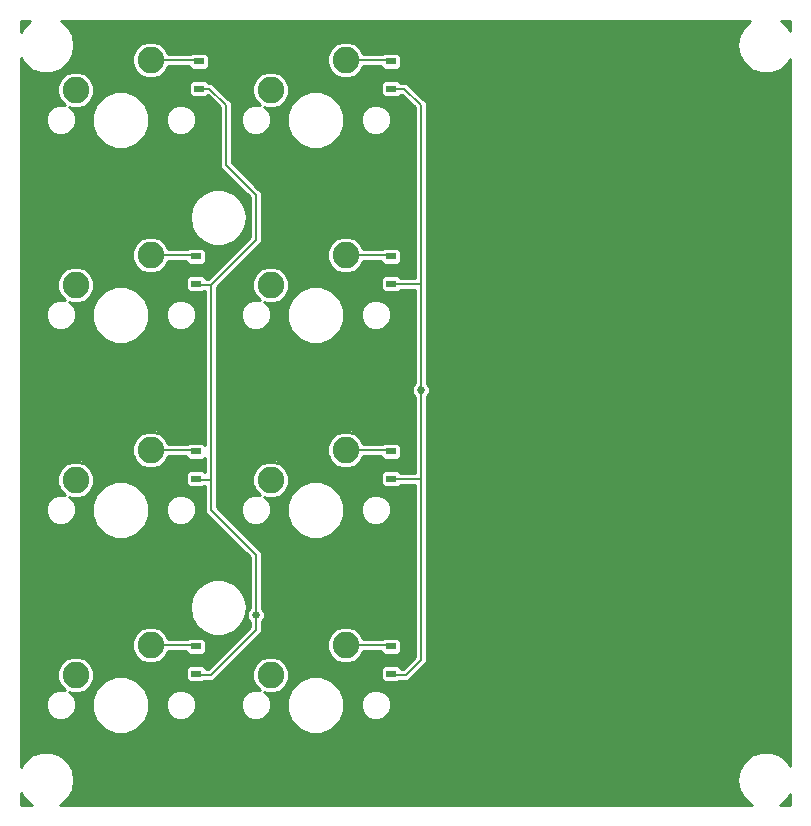
<source format=gbl>
G75*
%MOIN*%
%OFA0B0*%
%FSLAX25Y25*%
%IPPOS*%
%LPD*%
%AMOC8*
5,1,8,0,0,1.08239X$1,22.5*
%
%ADD10C,0.08858*%
%ADD11R,0.03268X0.02480*%
%ADD12C,0.00600*%
%ADD13C,0.02578*%
%ADD14C,0.02700*%
%ADD15C,0.01000*%
D10*
X0022250Y0051650D03*
X0047250Y0061650D03*
X0087250Y0051650D03*
X0112250Y0061650D03*
X0087250Y0116650D03*
X0112250Y0126650D03*
X0087250Y0181650D03*
X0112250Y0191650D03*
X0087250Y0246650D03*
X0112250Y0256650D03*
X0047250Y0256650D03*
X0022250Y0246650D03*
X0047250Y0191650D03*
X0022250Y0181650D03*
X0047250Y0126650D03*
X0022250Y0116650D03*
D11*
X0062250Y0117122D03*
X0062250Y0126178D03*
X0062250Y0182122D03*
X0062250Y0191178D03*
X0063250Y0247122D03*
X0063250Y0256178D03*
X0127250Y0256178D03*
X0127250Y0247122D03*
X0127250Y0191178D03*
X0127250Y0182122D03*
X0127250Y0126178D03*
X0127250Y0117122D03*
X0127250Y0061178D03*
X0127250Y0052122D03*
X0062250Y0052122D03*
X0062250Y0061178D03*
D12*
X0061778Y0061650D01*
X0047250Y0061650D01*
X0062250Y0052122D02*
X0062722Y0051650D01*
X0067250Y0051650D01*
X0082250Y0066650D01*
X0082250Y0071650D01*
X0082250Y0091650D01*
X0067250Y0106650D01*
X0067250Y0116650D01*
X0067250Y0181650D01*
X0062722Y0181650D01*
X0062250Y0182122D01*
X0067250Y0181650D02*
X0082250Y0196650D01*
X0082250Y0211650D01*
X0072250Y0221650D01*
X0072250Y0241650D01*
X0066778Y0247122D01*
X0063250Y0247122D01*
X0063250Y0256178D02*
X0062778Y0256650D01*
X0047250Y0256650D01*
X0047250Y0191650D02*
X0061778Y0191650D01*
X0062250Y0191178D01*
X0112250Y0191650D02*
X0126778Y0191650D01*
X0127250Y0191178D01*
X0127250Y0182122D02*
X0136778Y0182122D01*
X0137250Y0181650D01*
X0137250Y0146650D01*
X0137250Y0116650D01*
X0136778Y0117122D01*
X0127250Y0117122D01*
X0137250Y0116650D02*
X0137250Y0056650D01*
X0132250Y0051650D01*
X0127722Y0051650D01*
X0127250Y0052122D01*
X0127250Y0061178D02*
X0126778Y0061650D01*
X0112250Y0061650D01*
X0067250Y0116650D02*
X0062722Y0116650D01*
X0062250Y0117122D01*
X0062250Y0126178D02*
X0061778Y0126650D01*
X0047250Y0126650D01*
X0112250Y0126650D02*
X0126778Y0126650D01*
X0127250Y0126178D01*
X0137250Y0181650D02*
X0137250Y0241650D01*
X0131778Y0247122D01*
X0127250Y0247122D01*
X0127250Y0256178D02*
X0126778Y0256650D01*
X0112250Y0256650D01*
D13*
X0082250Y0071650D03*
D14*
X0137250Y0146650D03*
D15*
X0007570Y0008350D02*
X0003950Y0008350D01*
X0003950Y0012226D01*
X0004938Y0010515D01*
X0004938Y0010515D01*
X0007477Y0008384D01*
X0007477Y0008384D01*
X0007570Y0008350D01*
X0007164Y0008647D02*
X0003950Y0008647D01*
X0003950Y0009646D02*
X0005974Y0009646D01*
X0004863Y0010644D02*
X0003950Y0010644D01*
X0003950Y0011643D02*
X0004287Y0011643D01*
X0003950Y0021074D02*
X0003950Y0257226D01*
X0004938Y0255515D01*
X0004938Y0255515D01*
X0007477Y0253384D01*
X0010593Y0252250D01*
X0013907Y0252250D01*
X0017022Y0253384D01*
X0017023Y0253384D01*
X0019562Y0255515D01*
X0021219Y0258385D01*
X0021219Y0258385D01*
X0021795Y0261650D01*
X0021219Y0264915D01*
X0019562Y0267785D01*
X0019562Y0267785D01*
X0017339Y0269651D01*
X0247161Y0269651D01*
X0244938Y0267785D01*
X0243281Y0264915D01*
X0242705Y0261650D01*
X0242705Y0261650D01*
X0243281Y0258385D01*
X0244938Y0255515D01*
X0244938Y0255515D01*
X0247477Y0253384D01*
X0247477Y0253384D01*
X0250593Y0252250D01*
X0253907Y0252250D01*
X0257022Y0253384D01*
X0257023Y0253384D01*
X0259562Y0255515D01*
X0260471Y0257090D01*
X0260471Y0021210D01*
X0259562Y0022785D01*
X0259562Y0022785D01*
X0257023Y0024916D01*
X0257022Y0024916D01*
X0253907Y0026050D01*
X0250593Y0026050D01*
X0247477Y0024916D01*
X0244938Y0022785D01*
X0243281Y0019915D01*
X0242705Y0016650D01*
X0242705Y0016650D01*
X0243281Y0013385D01*
X0244938Y0010515D01*
X0244938Y0010515D01*
X0247477Y0008384D01*
X0247477Y0008384D01*
X0247570Y0008350D01*
X0016930Y0008350D01*
X0017022Y0008384D01*
X0017023Y0008384D01*
X0019562Y0010515D01*
X0021219Y0013385D01*
X0021219Y0013385D01*
X0021795Y0016650D01*
X0021219Y0019915D01*
X0019562Y0022785D01*
X0019562Y0022785D01*
X0017023Y0024916D01*
X0017022Y0024916D01*
X0013907Y0026050D01*
X0010593Y0026050D01*
X0007477Y0024916D01*
X0004938Y0022785D01*
X0003950Y0021074D01*
X0003950Y0021628D02*
X0004270Y0021628D01*
X0003950Y0022626D02*
X0004846Y0022626D01*
X0004938Y0022785D02*
X0004938Y0022785D01*
X0004938Y0022785D01*
X0003950Y0023625D02*
X0005938Y0023625D01*
X0007128Y0024623D02*
X0003950Y0024623D01*
X0003950Y0025622D02*
X0009416Y0025622D01*
X0007477Y0024916D02*
X0007477Y0024916D01*
X0003950Y0026620D02*
X0260471Y0026620D01*
X0260471Y0025622D02*
X0255084Y0025622D01*
X0257372Y0024623D02*
X0260471Y0024623D01*
X0260471Y0023625D02*
X0258562Y0023625D01*
X0259654Y0022626D02*
X0260471Y0022626D01*
X0260471Y0021628D02*
X0260230Y0021628D01*
X0260471Y0027619D02*
X0003950Y0027619D01*
X0003950Y0028617D02*
X0260471Y0028617D01*
X0260471Y0029616D02*
X0003950Y0029616D01*
X0003950Y0030614D02*
X0260471Y0030614D01*
X0260471Y0031613D02*
X0003950Y0031613D01*
X0003950Y0032611D02*
X0034053Y0032611D01*
X0035346Y0032076D02*
X0031827Y0033534D01*
X0029134Y0036227D01*
X0027676Y0039746D01*
X0027676Y0043554D01*
X0029134Y0047073D01*
X0031827Y0049766D01*
X0035346Y0051224D01*
X0039154Y0051224D01*
X0042673Y0049766D01*
X0045366Y0047073D01*
X0046824Y0043554D01*
X0046824Y0039746D01*
X0045366Y0036227D01*
X0042673Y0033534D01*
X0039154Y0032076D01*
X0035346Y0032076D01*
X0031750Y0033610D02*
X0003950Y0033610D01*
X0003950Y0034608D02*
X0030752Y0034608D01*
X0029753Y0035607D02*
X0003950Y0035607D01*
X0003950Y0036605D02*
X0016242Y0036605D01*
X0016246Y0036604D02*
X0018254Y0036604D01*
X0020109Y0037372D01*
X0021528Y0038791D01*
X0022296Y0040646D01*
X0022296Y0042654D01*
X0021528Y0044509D01*
X0020152Y0045885D01*
X0021031Y0045521D01*
X0023469Y0045521D01*
X0025722Y0046454D01*
X0027446Y0048178D01*
X0028379Y0050431D01*
X0028379Y0052869D01*
X0027446Y0055122D01*
X0025722Y0056846D01*
X0023469Y0057779D01*
X0021031Y0057779D01*
X0018778Y0056846D01*
X0017054Y0055122D01*
X0016121Y0052869D01*
X0016121Y0050431D01*
X0017054Y0048178D01*
X0018735Y0046497D01*
X0018254Y0046696D01*
X0016246Y0046696D01*
X0014391Y0045928D01*
X0012972Y0044509D01*
X0012204Y0042654D01*
X0012204Y0040646D01*
X0012972Y0038791D01*
X0014391Y0037372D01*
X0016246Y0036604D01*
X0018258Y0036605D02*
X0028977Y0036605D01*
X0028563Y0037604D02*
X0020341Y0037604D01*
X0021339Y0038602D02*
X0028150Y0038602D01*
X0027736Y0039601D02*
X0021863Y0039601D01*
X0022277Y0040599D02*
X0027676Y0040599D01*
X0027676Y0041598D02*
X0022296Y0041598D01*
X0022296Y0042596D02*
X0027676Y0042596D01*
X0027693Y0043595D02*
X0021907Y0043595D01*
X0021443Y0044593D02*
X0028106Y0044593D01*
X0028520Y0045592D02*
X0023641Y0045592D01*
X0025858Y0046590D02*
X0028934Y0046590D01*
X0029649Y0047589D02*
X0026857Y0047589D01*
X0027616Y0048587D02*
X0030648Y0048587D01*
X0031646Y0049586D02*
X0028029Y0049586D01*
X0028379Y0050584D02*
X0033802Y0050584D01*
X0028379Y0051583D02*
X0058916Y0051583D01*
X0058916Y0050584D02*
X0040698Y0050584D01*
X0042854Y0049586D02*
X0059508Y0049586D01*
X0059912Y0049182D02*
X0058916Y0050178D01*
X0058916Y0054067D01*
X0059912Y0055063D01*
X0064588Y0055063D01*
X0065584Y0054067D01*
X0065584Y0053650D01*
X0066422Y0053650D01*
X0080250Y0067478D01*
X0080250Y0069423D01*
X0079716Y0069957D01*
X0079261Y0071055D01*
X0079261Y0072245D01*
X0079716Y0073343D01*
X0080250Y0073877D01*
X0080250Y0090822D01*
X0066422Y0104650D01*
X0065250Y0105822D01*
X0065250Y0114650D01*
X0065056Y0114650D01*
X0064588Y0114182D01*
X0059912Y0114182D01*
X0058916Y0115178D01*
X0058916Y0119067D01*
X0059912Y0120063D01*
X0064588Y0120063D01*
X0065250Y0119401D01*
X0065250Y0123899D01*
X0064588Y0123237D01*
X0059912Y0123237D01*
X0058916Y0124233D01*
X0058916Y0124650D01*
X0053056Y0124650D01*
X0052446Y0123178D01*
X0050722Y0121454D01*
X0048469Y0120521D01*
X0046031Y0120521D01*
X0043778Y0121454D01*
X0042054Y0123178D01*
X0041121Y0125431D01*
X0041121Y0127869D01*
X0042054Y0130122D01*
X0043778Y0131846D01*
X0046031Y0132779D01*
X0048469Y0132779D01*
X0050722Y0131846D01*
X0052446Y0130122D01*
X0053056Y0128650D01*
X0059444Y0128650D01*
X0059912Y0129118D01*
X0064588Y0129118D01*
X0065250Y0128456D01*
X0065250Y0179650D01*
X0065056Y0179650D01*
X0064588Y0179182D01*
X0059912Y0179182D01*
X0058916Y0180178D01*
X0058916Y0184067D01*
X0059912Y0185063D01*
X0064588Y0185063D01*
X0065584Y0184067D01*
X0065584Y0183650D01*
X0066422Y0183650D01*
X0080250Y0197478D01*
X0080250Y0210822D01*
X0071422Y0219650D01*
X0070250Y0220822D01*
X0070250Y0240822D01*
X0066239Y0244833D01*
X0065588Y0244182D01*
X0060912Y0244182D01*
X0059916Y0245178D01*
X0059916Y0249067D01*
X0060912Y0250063D01*
X0065588Y0250063D01*
X0066528Y0249122D01*
X0067606Y0249122D01*
X0073078Y0243650D01*
X0074250Y0242478D01*
X0074250Y0222478D01*
X0083078Y0213650D01*
X0084250Y0212478D01*
X0084250Y0195822D01*
X0069250Y0180822D01*
X0069250Y0107478D01*
X0084250Y0092478D01*
X0084250Y0073877D01*
X0084784Y0073343D01*
X0085239Y0072245D01*
X0085239Y0071055D01*
X0084784Y0069957D01*
X0084250Y0069423D01*
X0084250Y0065822D01*
X0069250Y0050822D01*
X0068078Y0049650D01*
X0065056Y0049650D01*
X0064588Y0049182D01*
X0059912Y0049182D01*
X0058510Y0046590D02*
X0080990Y0046590D01*
X0081246Y0046696D02*
X0079391Y0045928D01*
X0077972Y0044509D01*
X0077204Y0042654D01*
X0077204Y0040646D01*
X0077972Y0038791D01*
X0079391Y0037372D01*
X0081246Y0036604D01*
X0083254Y0036604D01*
X0085109Y0037372D01*
X0086528Y0038791D01*
X0087296Y0040646D01*
X0087296Y0042654D01*
X0086528Y0044509D01*
X0085152Y0045885D01*
X0086031Y0045521D01*
X0088469Y0045521D01*
X0090722Y0046454D01*
X0092446Y0048178D01*
X0093379Y0050431D01*
X0093379Y0052869D01*
X0092446Y0055122D01*
X0090722Y0056846D01*
X0088469Y0057779D01*
X0086031Y0057779D01*
X0083778Y0056846D01*
X0082054Y0055122D01*
X0081121Y0052869D01*
X0081121Y0050431D01*
X0082054Y0048178D01*
X0083735Y0046497D01*
X0083254Y0046696D01*
X0081246Y0046696D01*
X0082643Y0047589D02*
X0044851Y0047589D01*
X0045566Y0046590D02*
X0055990Y0046590D01*
X0056246Y0046696D02*
X0054391Y0045928D01*
X0052972Y0044509D01*
X0052204Y0042654D01*
X0052204Y0040646D01*
X0052972Y0038791D01*
X0054391Y0037372D01*
X0056246Y0036604D01*
X0058254Y0036604D01*
X0060109Y0037372D01*
X0061528Y0038791D01*
X0062296Y0040646D01*
X0062296Y0042654D01*
X0061528Y0044509D01*
X0060109Y0045928D01*
X0058254Y0046696D01*
X0056246Y0046696D01*
X0054055Y0045592D02*
X0045980Y0045592D01*
X0046394Y0044593D02*
X0053057Y0044593D01*
X0052593Y0043595D02*
X0046807Y0043595D01*
X0046824Y0042596D02*
X0052204Y0042596D01*
X0052204Y0041598D02*
X0046824Y0041598D01*
X0046824Y0040599D02*
X0052223Y0040599D01*
X0052637Y0039601D02*
X0046764Y0039601D01*
X0046350Y0038602D02*
X0053161Y0038602D01*
X0054159Y0037604D02*
X0045937Y0037604D01*
X0045523Y0036605D02*
X0056242Y0036605D01*
X0058258Y0036605D02*
X0081242Y0036605D01*
X0083258Y0036605D02*
X0093977Y0036605D01*
X0094134Y0036227D02*
X0096827Y0033534D01*
X0100346Y0032076D01*
X0104154Y0032076D01*
X0107673Y0033534D01*
X0110366Y0036227D01*
X0111824Y0039746D01*
X0111824Y0043554D01*
X0110366Y0047073D01*
X0107673Y0049766D01*
X0104154Y0051224D01*
X0100346Y0051224D01*
X0096827Y0049766D01*
X0094134Y0047073D01*
X0092676Y0043554D01*
X0092676Y0039746D01*
X0094134Y0036227D01*
X0094753Y0035607D02*
X0044747Y0035607D01*
X0043748Y0034608D02*
X0095752Y0034608D01*
X0096750Y0033610D02*
X0042750Y0033610D01*
X0040447Y0032611D02*
X0099053Y0032611D01*
X0105447Y0032611D02*
X0260471Y0032611D01*
X0260471Y0033610D02*
X0107750Y0033610D01*
X0108748Y0034608D02*
X0260471Y0034608D01*
X0260471Y0035607D02*
X0109747Y0035607D01*
X0110523Y0036605D02*
X0121242Y0036605D01*
X0121246Y0036604D02*
X0123254Y0036604D01*
X0125109Y0037372D01*
X0126528Y0038791D01*
X0127296Y0040646D01*
X0127296Y0042654D01*
X0126528Y0044509D01*
X0125109Y0045928D01*
X0123254Y0046696D01*
X0121246Y0046696D01*
X0119391Y0045928D01*
X0117972Y0044509D01*
X0117204Y0042654D01*
X0117204Y0040646D01*
X0117972Y0038791D01*
X0119391Y0037372D01*
X0121246Y0036604D01*
X0123258Y0036605D02*
X0260471Y0036605D01*
X0260471Y0037604D02*
X0125341Y0037604D01*
X0126339Y0038602D02*
X0260471Y0038602D01*
X0260471Y0039601D02*
X0126863Y0039601D01*
X0127277Y0040599D02*
X0260471Y0040599D01*
X0260471Y0041598D02*
X0127296Y0041598D01*
X0127296Y0042596D02*
X0260471Y0042596D01*
X0260471Y0043595D02*
X0126907Y0043595D01*
X0126443Y0044593D02*
X0260471Y0044593D01*
X0260471Y0045592D02*
X0125445Y0045592D01*
X0123510Y0046590D02*
X0260471Y0046590D01*
X0260471Y0047589D02*
X0109851Y0047589D01*
X0110566Y0046590D02*
X0120990Y0046590D01*
X0119055Y0045592D02*
X0110980Y0045592D01*
X0111394Y0044593D02*
X0118057Y0044593D01*
X0117593Y0043595D02*
X0111807Y0043595D01*
X0111824Y0042596D02*
X0117204Y0042596D01*
X0117204Y0041598D02*
X0111824Y0041598D01*
X0111824Y0040599D02*
X0117223Y0040599D01*
X0117637Y0039601D02*
X0111764Y0039601D01*
X0111350Y0038602D02*
X0118161Y0038602D01*
X0119159Y0037604D02*
X0110937Y0037604D01*
X0108852Y0048587D02*
X0260471Y0048587D01*
X0260471Y0049586D02*
X0129992Y0049586D01*
X0130056Y0049650D02*
X0133078Y0049650D01*
X0134250Y0050822D01*
X0139250Y0055822D01*
X0139250Y0144337D01*
X0139836Y0144922D01*
X0140300Y0146043D01*
X0140300Y0147257D01*
X0139836Y0148378D01*
X0139250Y0148963D01*
X0139250Y0242478D01*
X0138078Y0243650D01*
X0132606Y0249122D01*
X0130528Y0249122D01*
X0129588Y0250063D01*
X0124912Y0250063D01*
X0123916Y0249067D01*
X0123916Y0245178D01*
X0124912Y0244182D01*
X0129588Y0244182D01*
X0130528Y0245122D01*
X0130949Y0245122D01*
X0135250Y0240822D01*
X0135250Y0184122D01*
X0130528Y0184122D01*
X0129588Y0185063D01*
X0124912Y0185063D01*
X0123916Y0184067D01*
X0123916Y0180178D01*
X0124912Y0179182D01*
X0129588Y0179182D01*
X0130528Y0180122D01*
X0135250Y0180122D01*
X0135250Y0148963D01*
X0134664Y0148378D01*
X0134200Y0147257D01*
X0134200Y0146043D01*
X0134664Y0144922D01*
X0135250Y0144337D01*
X0135250Y0119122D01*
X0130528Y0119122D01*
X0129588Y0120063D01*
X0124912Y0120063D01*
X0123916Y0119067D01*
X0123916Y0115178D01*
X0124912Y0114182D01*
X0129588Y0114182D01*
X0130528Y0115122D01*
X0135250Y0115122D01*
X0135250Y0057478D01*
X0131422Y0053650D01*
X0130584Y0053650D01*
X0130584Y0054067D01*
X0129588Y0055063D01*
X0124912Y0055063D01*
X0123916Y0054067D01*
X0123916Y0050178D01*
X0124912Y0049182D01*
X0129588Y0049182D01*
X0130056Y0049650D01*
X0134013Y0050584D02*
X0260471Y0050584D01*
X0260471Y0051583D02*
X0135011Y0051583D01*
X0136010Y0052582D02*
X0260471Y0052582D01*
X0260471Y0053580D02*
X0137008Y0053580D01*
X0138007Y0054579D02*
X0260471Y0054579D01*
X0260471Y0055577D02*
X0139005Y0055577D01*
X0139250Y0056576D02*
X0260471Y0056576D01*
X0260471Y0057574D02*
X0139250Y0057574D01*
X0139250Y0058573D02*
X0260471Y0058573D01*
X0260471Y0059571D02*
X0139250Y0059571D01*
X0139250Y0060570D02*
X0260471Y0060570D01*
X0260471Y0061568D02*
X0139250Y0061568D01*
X0139250Y0062567D02*
X0260471Y0062567D01*
X0260471Y0063565D02*
X0139250Y0063565D01*
X0139250Y0064564D02*
X0260471Y0064564D01*
X0260471Y0065562D02*
X0139250Y0065562D01*
X0139250Y0066561D02*
X0260471Y0066561D01*
X0260471Y0067559D02*
X0139250Y0067559D01*
X0139250Y0068558D02*
X0260471Y0068558D01*
X0260471Y0069556D02*
X0139250Y0069556D01*
X0139250Y0070555D02*
X0260471Y0070555D01*
X0260471Y0071553D02*
X0139250Y0071553D01*
X0139250Y0072552D02*
X0260471Y0072552D01*
X0260471Y0073550D02*
X0139250Y0073550D01*
X0139250Y0074549D02*
X0260471Y0074549D01*
X0260471Y0075547D02*
X0139250Y0075547D01*
X0139250Y0076546D02*
X0260471Y0076546D01*
X0260471Y0077544D02*
X0139250Y0077544D01*
X0139250Y0078543D02*
X0260471Y0078543D01*
X0260471Y0079541D02*
X0139250Y0079541D01*
X0139250Y0080540D02*
X0260471Y0080540D01*
X0260471Y0081538D02*
X0139250Y0081538D01*
X0139250Y0082537D02*
X0260471Y0082537D01*
X0260471Y0083535D02*
X0139250Y0083535D01*
X0139250Y0084534D02*
X0260471Y0084534D01*
X0260471Y0085532D02*
X0139250Y0085532D01*
X0139250Y0086531D02*
X0260471Y0086531D01*
X0260471Y0087529D02*
X0139250Y0087529D01*
X0139250Y0088528D02*
X0260471Y0088528D01*
X0260471Y0089526D02*
X0139250Y0089526D01*
X0139250Y0090525D02*
X0260471Y0090525D01*
X0260471Y0091523D02*
X0139250Y0091523D01*
X0139250Y0092522D02*
X0260471Y0092522D01*
X0260471Y0093520D02*
X0139250Y0093520D01*
X0139250Y0094519D02*
X0260471Y0094519D01*
X0260471Y0095518D02*
X0139250Y0095518D01*
X0139250Y0096516D02*
X0260471Y0096516D01*
X0260471Y0097515D02*
X0139250Y0097515D01*
X0139250Y0098513D02*
X0260471Y0098513D01*
X0260471Y0099512D02*
X0139250Y0099512D01*
X0139250Y0100510D02*
X0260471Y0100510D01*
X0260471Y0101509D02*
X0139250Y0101509D01*
X0139250Y0102507D02*
X0260471Y0102507D01*
X0260471Y0103506D02*
X0139250Y0103506D01*
X0139250Y0104504D02*
X0260471Y0104504D01*
X0260471Y0105503D02*
X0139250Y0105503D01*
X0139250Y0106501D02*
X0260471Y0106501D01*
X0260471Y0107500D02*
X0139250Y0107500D01*
X0139250Y0108498D02*
X0260471Y0108498D01*
X0260471Y0109497D02*
X0139250Y0109497D01*
X0139250Y0110495D02*
X0260471Y0110495D01*
X0260471Y0111494D02*
X0139250Y0111494D01*
X0139250Y0112492D02*
X0260471Y0112492D01*
X0260471Y0113491D02*
X0139250Y0113491D01*
X0139250Y0114489D02*
X0260471Y0114489D01*
X0260471Y0115488D02*
X0139250Y0115488D01*
X0139250Y0116486D02*
X0260471Y0116486D01*
X0260471Y0117485D02*
X0139250Y0117485D01*
X0139250Y0118483D02*
X0260471Y0118483D01*
X0260471Y0119482D02*
X0139250Y0119482D01*
X0139250Y0120480D02*
X0260471Y0120480D01*
X0260471Y0121479D02*
X0139250Y0121479D01*
X0139250Y0122477D02*
X0260471Y0122477D01*
X0260471Y0123476D02*
X0139250Y0123476D01*
X0139250Y0124474D02*
X0260471Y0124474D01*
X0260471Y0125473D02*
X0139250Y0125473D01*
X0139250Y0126471D02*
X0260471Y0126471D01*
X0260471Y0127470D02*
X0139250Y0127470D01*
X0139250Y0128468D02*
X0260471Y0128468D01*
X0260471Y0129467D02*
X0139250Y0129467D01*
X0139250Y0130465D02*
X0260471Y0130465D01*
X0260471Y0131464D02*
X0139250Y0131464D01*
X0139250Y0132462D02*
X0260471Y0132462D01*
X0260471Y0133461D02*
X0139250Y0133461D01*
X0139250Y0134459D02*
X0260471Y0134459D01*
X0260471Y0135458D02*
X0139250Y0135458D01*
X0139250Y0136456D02*
X0260471Y0136456D01*
X0260471Y0137455D02*
X0139250Y0137455D01*
X0139250Y0138453D02*
X0260471Y0138453D01*
X0260471Y0139452D02*
X0139250Y0139452D01*
X0139250Y0140451D02*
X0260471Y0140451D01*
X0260471Y0141449D02*
X0139250Y0141449D01*
X0139250Y0142448D02*
X0260471Y0142448D01*
X0260471Y0143446D02*
X0139250Y0143446D01*
X0139358Y0144445D02*
X0260471Y0144445D01*
X0260471Y0145443D02*
X0140051Y0145443D01*
X0140300Y0146442D02*
X0260471Y0146442D01*
X0260471Y0147440D02*
X0140224Y0147440D01*
X0139775Y0148439D02*
X0260471Y0148439D01*
X0260471Y0149437D02*
X0139250Y0149437D01*
X0139250Y0150436D02*
X0260471Y0150436D01*
X0260471Y0151434D02*
X0139250Y0151434D01*
X0139250Y0152433D02*
X0260471Y0152433D01*
X0260471Y0153431D02*
X0139250Y0153431D01*
X0139250Y0154430D02*
X0260471Y0154430D01*
X0260471Y0155428D02*
X0139250Y0155428D01*
X0139250Y0156427D02*
X0260471Y0156427D01*
X0260471Y0157425D02*
X0139250Y0157425D01*
X0139250Y0158424D02*
X0260471Y0158424D01*
X0260471Y0159422D02*
X0139250Y0159422D01*
X0139250Y0160421D02*
X0260471Y0160421D01*
X0260471Y0161419D02*
X0139250Y0161419D01*
X0139250Y0162418D02*
X0260471Y0162418D01*
X0260471Y0163416D02*
X0139250Y0163416D01*
X0139250Y0164415D02*
X0260471Y0164415D01*
X0260471Y0165413D02*
X0139250Y0165413D01*
X0139250Y0166412D02*
X0260471Y0166412D01*
X0260471Y0167410D02*
X0139250Y0167410D01*
X0139250Y0168409D02*
X0260471Y0168409D01*
X0260471Y0169407D02*
X0139250Y0169407D01*
X0139250Y0170406D02*
X0260471Y0170406D01*
X0260471Y0171404D02*
X0139250Y0171404D01*
X0139250Y0172403D02*
X0260471Y0172403D01*
X0260471Y0173401D02*
X0139250Y0173401D01*
X0139250Y0174400D02*
X0260471Y0174400D01*
X0260471Y0175398D02*
X0139250Y0175398D01*
X0139250Y0176397D02*
X0260471Y0176397D01*
X0260471Y0177395D02*
X0139250Y0177395D01*
X0139250Y0178394D02*
X0260471Y0178394D01*
X0260471Y0179392D02*
X0139250Y0179392D01*
X0139250Y0180391D02*
X0260471Y0180391D01*
X0260471Y0181389D02*
X0139250Y0181389D01*
X0139250Y0182388D02*
X0260471Y0182388D01*
X0260471Y0183387D02*
X0139250Y0183387D01*
X0139250Y0184385D02*
X0260471Y0184385D01*
X0260471Y0185384D02*
X0139250Y0185384D01*
X0139250Y0186382D02*
X0260471Y0186382D01*
X0260471Y0187381D02*
X0139250Y0187381D01*
X0139250Y0188379D02*
X0260471Y0188379D01*
X0260471Y0189378D02*
X0139250Y0189378D01*
X0139250Y0190376D02*
X0260471Y0190376D01*
X0260471Y0191375D02*
X0139250Y0191375D01*
X0139250Y0192373D02*
X0260471Y0192373D01*
X0260471Y0193372D02*
X0139250Y0193372D01*
X0139250Y0194370D02*
X0260471Y0194370D01*
X0260471Y0195369D02*
X0139250Y0195369D01*
X0139250Y0196367D02*
X0260471Y0196367D01*
X0260471Y0197366D02*
X0139250Y0197366D01*
X0139250Y0198364D02*
X0260471Y0198364D01*
X0260471Y0199363D02*
X0139250Y0199363D01*
X0139250Y0200361D02*
X0260471Y0200361D01*
X0260471Y0201360D02*
X0139250Y0201360D01*
X0139250Y0202358D02*
X0260471Y0202358D01*
X0260471Y0203357D02*
X0139250Y0203357D01*
X0139250Y0204355D02*
X0260471Y0204355D01*
X0260471Y0205354D02*
X0139250Y0205354D01*
X0139250Y0206352D02*
X0260471Y0206352D01*
X0260471Y0207351D02*
X0139250Y0207351D01*
X0139250Y0208349D02*
X0260471Y0208349D01*
X0260471Y0209348D02*
X0139250Y0209348D01*
X0139250Y0210346D02*
X0260471Y0210346D01*
X0260471Y0211345D02*
X0139250Y0211345D01*
X0139250Y0212343D02*
X0260471Y0212343D01*
X0260471Y0213342D02*
X0139250Y0213342D01*
X0139250Y0214340D02*
X0260471Y0214340D01*
X0260471Y0215339D02*
X0139250Y0215339D01*
X0139250Y0216337D02*
X0260471Y0216337D01*
X0260471Y0217336D02*
X0139250Y0217336D01*
X0139250Y0218334D02*
X0260471Y0218334D01*
X0260471Y0219333D02*
X0139250Y0219333D01*
X0139250Y0220331D02*
X0260471Y0220331D01*
X0260471Y0221330D02*
X0139250Y0221330D01*
X0139250Y0222328D02*
X0260471Y0222328D01*
X0260471Y0223327D02*
X0139250Y0223327D01*
X0139250Y0224325D02*
X0260471Y0224325D01*
X0260471Y0225324D02*
X0139250Y0225324D01*
X0139250Y0226322D02*
X0260471Y0226322D01*
X0260471Y0227321D02*
X0139250Y0227321D01*
X0139250Y0228320D02*
X0260471Y0228320D01*
X0260471Y0229318D02*
X0139250Y0229318D01*
X0139250Y0230317D02*
X0260471Y0230317D01*
X0260471Y0231315D02*
X0139250Y0231315D01*
X0139250Y0232314D02*
X0260471Y0232314D01*
X0260471Y0233312D02*
X0139250Y0233312D01*
X0139250Y0234311D02*
X0260471Y0234311D01*
X0260471Y0235309D02*
X0139250Y0235309D01*
X0139250Y0236308D02*
X0260471Y0236308D01*
X0260471Y0237306D02*
X0139250Y0237306D01*
X0139250Y0238305D02*
X0260471Y0238305D01*
X0260471Y0239303D02*
X0139250Y0239303D01*
X0139250Y0240302D02*
X0260471Y0240302D01*
X0260471Y0241300D02*
X0139250Y0241300D01*
X0139250Y0242299D02*
X0260471Y0242299D01*
X0260471Y0243297D02*
X0138431Y0243297D01*
X0137433Y0244296D02*
X0260471Y0244296D01*
X0260471Y0245294D02*
X0136434Y0245294D01*
X0135436Y0246293D02*
X0260471Y0246293D01*
X0260471Y0247291D02*
X0134437Y0247291D01*
X0133439Y0248290D02*
X0260471Y0248290D01*
X0260471Y0249288D02*
X0130362Y0249288D01*
X0129701Y0244296D02*
X0131776Y0244296D01*
X0132774Y0243297D02*
X0109143Y0243297D01*
X0110141Y0242299D02*
X0133773Y0242299D01*
X0134771Y0241300D02*
X0124211Y0241300D01*
X0125109Y0240928D02*
X0123254Y0241696D01*
X0121246Y0241696D01*
X0119391Y0240928D01*
X0117972Y0239509D01*
X0117204Y0237654D01*
X0117204Y0235646D01*
X0117972Y0233791D01*
X0119391Y0232372D01*
X0121246Y0231604D01*
X0123254Y0231604D01*
X0125109Y0232372D01*
X0126528Y0233791D01*
X0127296Y0235646D01*
X0127296Y0237654D01*
X0126528Y0239509D01*
X0125109Y0240928D01*
X0125735Y0240302D02*
X0135250Y0240302D01*
X0135250Y0239303D02*
X0126613Y0239303D01*
X0127027Y0238305D02*
X0135250Y0238305D01*
X0135250Y0237306D02*
X0127296Y0237306D01*
X0127296Y0236308D02*
X0135250Y0236308D01*
X0135250Y0235309D02*
X0127157Y0235309D01*
X0126743Y0234311D02*
X0135250Y0234311D01*
X0135250Y0233312D02*
X0126049Y0233312D01*
X0124968Y0232314D02*
X0135250Y0232314D01*
X0135250Y0231315D02*
X0110403Y0231315D01*
X0110366Y0231227D02*
X0111824Y0234746D01*
X0111824Y0238554D01*
X0110366Y0242073D01*
X0107673Y0244766D01*
X0104154Y0246224D01*
X0100346Y0246224D01*
X0096827Y0244766D01*
X0094134Y0242073D01*
X0092676Y0238554D01*
X0092676Y0234746D01*
X0094134Y0231227D01*
X0096827Y0228534D01*
X0100346Y0227076D01*
X0104154Y0227076D01*
X0107673Y0228534D01*
X0110366Y0231227D01*
X0110817Y0232314D02*
X0119532Y0232314D01*
X0118451Y0233312D02*
X0111230Y0233312D01*
X0111644Y0234311D02*
X0117757Y0234311D01*
X0117343Y0235309D02*
X0111824Y0235309D01*
X0111824Y0236308D02*
X0117204Y0236308D01*
X0117204Y0237306D02*
X0111824Y0237306D01*
X0111824Y0238305D02*
X0117473Y0238305D01*
X0117887Y0239303D02*
X0111514Y0239303D01*
X0111100Y0240302D02*
X0118765Y0240302D01*
X0120289Y0241300D02*
X0110687Y0241300D01*
X0108144Y0244296D02*
X0124799Y0244296D01*
X0123916Y0245294D02*
X0106399Y0245294D01*
X0108778Y0251454D02*
X0111031Y0250521D01*
X0113469Y0250521D01*
X0115722Y0251454D01*
X0117446Y0253178D01*
X0118056Y0254650D01*
X0123916Y0254650D01*
X0123916Y0254233D01*
X0124912Y0253237D01*
X0129588Y0253237D01*
X0130584Y0254233D01*
X0130584Y0258122D01*
X0129588Y0259118D01*
X0124912Y0259118D01*
X0124444Y0258650D01*
X0118056Y0258650D01*
X0117446Y0260122D01*
X0115722Y0261846D01*
X0113469Y0262779D01*
X0111031Y0262779D01*
X0108778Y0261846D01*
X0107054Y0260122D01*
X0106121Y0257869D01*
X0106121Y0255431D01*
X0107054Y0253178D01*
X0108778Y0251454D01*
X0109185Y0251285D02*
X0091283Y0251285D01*
X0090722Y0251846D02*
X0088469Y0252779D01*
X0086031Y0252779D01*
X0083778Y0251846D01*
X0082054Y0250122D01*
X0081121Y0247869D01*
X0081121Y0245431D01*
X0082054Y0243178D01*
X0083735Y0241497D01*
X0083254Y0241696D01*
X0081246Y0241696D01*
X0079391Y0240928D01*
X0077972Y0239509D01*
X0077204Y0237654D01*
X0077204Y0235646D01*
X0077972Y0233791D01*
X0079391Y0232372D01*
X0081246Y0231604D01*
X0083254Y0231604D01*
X0085109Y0232372D01*
X0086528Y0233791D01*
X0087296Y0235646D01*
X0087296Y0237654D01*
X0086528Y0239509D01*
X0085152Y0240885D01*
X0086031Y0240521D01*
X0088469Y0240521D01*
X0090722Y0241454D01*
X0092446Y0243178D01*
X0093379Y0245431D01*
X0093379Y0247869D01*
X0092446Y0250122D01*
X0090722Y0251846D01*
X0089665Y0252284D02*
X0107948Y0252284D01*
X0107011Y0253282D02*
X0065633Y0253282D01*
X0065588Y0253237D02*
X0066584Y0254233D01*
X0066584Y0258122D01*
X0065588Y0259118D01*
X0060912Y0259118D01*
X0060444Y0258650D01*
X0053056Y0258650D01*
X0052446Y0260122D01*
X0050722Y0261846D01*
X0048469Y0262779D01*
X0046031Y0262779D01*
X0043778Y0261846D01*
X0042054Y0260122D01*
X0041121Y0257869D01*
X0041121Y0255431D01*
X0042054Y0253178D01*
X0043778Y0251454D01*
X0046031Y0250521D01*
X0048469Y0250521D01*
X0050722Y0251454D01*
X0052446Y0253178D01*
X0053056Y0254650D01*
X0059916Y0254650D01*
X0059916Y0254233D01*
X0060912Y0253237D01*
X0065588Y0253237D01*
X0066584Y0254281D02*
X0106597Y0254281D01*
X0106184Y0255279D02*
X0066584Y0255279D01*
X0066584Y0256278D02*
X0106121Y0256278D01*
X0106121Y0257276D02*
X0066584Y0257276D01*
X0066431Y0258275D02*
X0106289Y0258275D01*
X0106703Y0259273D02*
X0052797Y0259273D01*
X0052296Y0260272D02*
X0107204Y0260272D01*
X0108202Y0261270D02*
X0051297Y0261270D01*
X0049701Y0262269D02*
X0109799Y0262269D01*
X0114701Y0262269D02*
X0242814Y0262269D01*
X0242772Y0261270D02*
X0116297Y0261270D01*
X0117296Y0260272D02*
X0242948Y0260272D01*
X0243124Y0259273D02*
X0117797Y0259273D01*
X0117903Y0254281D02*
X0123916Y0254281D01*
X0124867Y0253282D02*
X0117489Y0253282D01*
X0116552Y0252284D02*
X0250500Y0252284D01*
X0247756Y0253282D02*
X0129633Y0253282D01*
X0130584Y0254281D02*
X0246408Y0254281D01*
X0245218Y0255279D02*
X0130584Y0255279D01*
X0130584Y0256278D02*
X0244497Y0256278D01*
X0243921Y0257276D02*
X0130584Y0257276D01*
X0130431Y0258275D02*
X0243344Y0258275D01*
X0243281Y0258385D02*
X0243281Y0258385D01*
X0242990Y0263267D02*
X0021510Y0263267D01*
X0021686Y0262269D02*
X0044799Y0262269D01*
X0043202Y0261270D02*
X0021728Y0261270D01*
X0021795Y0261650D02*
X0021795Y0261650D01*
X0021552Y0260272D02*
X0042204Y0260272D01*
X0041703Y0259273D02*
X0021376Y0259273D01*
X0021156Y0258275D02*
X0041289Y0258275D01*
X0041121Y0257276D02*
X0020579Y0257276D01*
X0020003Y0256278D02*
X0041121Y0256278D01*
X0041184Y0255279D02*
X0019282Y0255279D01*
X0019562Y0255515D02*
X0019562Y0255515D01*
X0019562Y0255515D01*
X0018092Y0254281D02*
X0041597Y0254281D01*
X0042011Y0253282D02*
X0016744Y0253282D01*
X0018217Y0251285D02*
X0003950Y0251285D01*
X0003950Y0250287D02*
X0017219Y0250287D01*
X0017054Y0250122D02*
X0016121Y0247869D01*
X0016121Y0245431D01*
X0017054Y0243178D01*
X0018735Y0241497D01*
X0018254Y0241696D01*
X0016246Y0241696D01*
X0014391Y0240928D01*
X0012972Y0239509D01*
X0012204Y0237654D01*
X0012204Y0235646D01*
X0012972Y0233791D01*
X0014391Y0232372D01*
X0016246Y0231604D01*
X0018254Y0231604D01*
X0020109Y0232372D01*
X0021528Y0233791D01*
X0022296Y0235646D01*
X0022296Y0237654D01*
X0021528Y0239509D01*
X0020152Y0240885D01*
X0021031Y0240521D01*
X0023469Y0240521D01*
X0025722Y0241454D01*
X0027446Y0243178D01*
X0028379Y0245431D01*
X0028379Y0247869D01*
X0027446Y0250122D01*
X0025722Y0251846D01*
X0023469Y0252779D01*
X0021031Y0252779D01*
X0018778Y0251846D01*
X0017054Y0250122D01*
X0016709Y0249288D02*
X0003950Y0249288D01*
X0003950Y0248290D02*
X0016295Y0248290D01*
X0016121Y0247291D02*
X0003950Y0247291D01*
X0003950Y0246293D02*
X0016121Y0246293D01*
X0016177Y0245294D02*
X0003950Y0245294D01*
X0003950Y0244296D02*
X0016591Y0244296D01*
X0017005Y0243297D02*
X0003950Y0243297D01*
X0003950Y0242299D02*
X0017933Y0242299D01*
X0015289Y0241300D02*
X0003950Y0241300D01*
X0003950Y0240302D02*
X0013765Y0240302D01*
X0012887Y0239303D02*
X0003950Y0239303D01*
X0003950Y0238305D02*
X0012473Y0238305D01*
X0012204Y0237306D02*
X0003950Y0237306D01*
X0003950Y0236308D02*
X0012204Y0236308D01*
X0012343Y0235309D02*
X0003950Y0235309D01*
X0003950Y0234311D02*
X0012757Y0234311D01*
X0013451Y0233312D02*
X0003950Y0233312D01*
X0003950Y0232314D02*
X0014532Y0232314D01*
X0019968Y0232314D02*
X0028683Y0232314D01*
X0028270Y0233312D02*
X0021049Y0233312D01*
X0021743Y0234311D02*
X0027856Y0234311D01*
X0027676Y0234746D02*
X0029134Y0231227D01*
X0031827Y0228534D01*
X0035346Y0227076D01*
X0039154Y0227076D01*
X0042673Y0228534D01*
X0045366Y0231227D01*
X0046824Y0234746D01*
X0046824Y0238554D01*
X0045366Y0242073D01*
X0042673Y0244766D01*
X0039154Y0246224D01*
X0035346Y0246224D01*
X0031827Y0244766D01*
X0029134Y0242073D01*
X0027676Y0238554D01*
X0027676Y0234746D01*
X0027676Y0235309D02*
X0022157Y0235309D01*
X0022296Y0236308D02*
X0027676Y0236308D01*
X0027676Y0237306D02*
X0022296Y0237306D01*
X0022027Y0238305D02*
X0027676Y0238305D01*
X0027986Y0239303D02*
X0021613Y0239303D01*
X0020735Y0240302D02*
X0028400Y0240302D01*
X0028813Y0241300D02*
X0025351Y0241300D01*
X0026567Y0242299D02*
X0029359Y0242299D01*
X0030357Y0243297D02*
X0027495Y0243297D01*
X0027909Y0244296D02*
X0031356Y0244296D01*
X0033101Y0245294D02*
X0028323Y0245294D01*
X0028379Y0246293D02*
X0059916Y0246293D01*
X0059916Y0247291D02*
X0028379Y0247291D01*
X0028205Y0248290D02*
X0059916Y0248290D01*
X0060138Y0249288D02*
X0027791Y0249288D01*
X0027281Y0250287D02*
X0082219Y0250287D01*
X0081709Y0249288D02*
X0066362Y0249288D01*
X0068439Y0248290D02*
X0081295Y0248290D01*
X0081121Y0247291D02*
X0069437Y0247291D01*
X0070436Y0246293D02*
X0081121Y0246293D01*
X0081177Y0245294D02*
X0071434Y0245294D01*
X0072433Y0244296D02*
X0081591Y0244296D01*
X0082005Y0243297D02*
X0073431Y0243297D01*
X0074250Y0242299D02*
X0082933Y0242299D01*
X0080289Y0241300D02*
X0074250Y0241300D01*
X0074250Y0240302D02*
X0078765Y0240302D01*
X0077887Y0239303D02*
X0074250Y0239303D01*
X0074250Y0238305D02*
X0077473Y0238305D01*
X0077204Y0237306D02*
X0074250Y0237306D01*
X0074250Y0236308D02*
X0077204Y0236308D01*
X0077343Y0235309D02*
X0074250Y0235309D01*
X0074250Y0234311D02*
X0077757Y0234311D01*
X0078451Y0233312D02*
X0074250Y0233312D01*
X0074250Y0232314D02*
X0079532Y0232314D01*
X0074250Y0231315D02*
X0094097Y0231315D01*
X0093683Y0232314D02*
X0084968Y0232314D01*
X0086049Y0233312D02*
X0093270Y0233312D01*
X0092856Y0234311D02*
X0086743Y0234311D01*
X0087157Y0235309D02*
X0092676Y0235309D01*
X0092676Y0236308D02*
X0087296Y0236308D01*
X0087296Y0237306D02*
X0092676Y0237306D01*
X0092676Y0238305D02*
X0087027Y0238305D01*
X0086613Y0239303D02*
X0092986Y0239303D01*
X0093400Y0240302D02*
X0085735Y0240302D01*
X0090351Y0241300D02*
X0093813Y0241300D01*
X0094359Y0242299D02*
X0091567Y0242299D01*
X0092495Y0243297D02*
X0095357Y0243297D01*
X0096356Y0244296D02*
X0092909Y0244296D01*
X0093323Y0245294D02*
X0098101Y0245294D01*
X0093379Y0246293D02*
X0123916Y0246293D01*
X0123916Y0247291D02*
X0093379Y0247291D01*
X0093205Y0248290D02*
X0123916Y0248290D01*
X0124138Y0249288D02*
X0092791Y0249288D01*
X0092281Y0250287D02*
X0260471Y0250287D01*
X0260471Y0251285D02*
X0115315Y0251285D01*
X0109456Y0230317D02*
X0135250Y0230317D01*
X0135250Y0229318D02*
X0108458Y0229318D01*
X0107157Y0228320D02*
X0135250Y0228320D01*
X0135250Y0227321D02*
X0104746Y0227321D01*
X0099754Y0227321D02*
X0074250Y0227321D01*
X0074250Y0226322D02*
X0135250Y0226322D01*
X0135250Y0225324D02*
X0074250Y0225324D01*
X0074250Y0224325D02*
X0135250Y0224325D01*
X0135250Y0223327D02*
X0074250Y0223327D01*
X0074400Y0222328D02*
X0135250Y0222328D01*
X0135250Y0221330D02*
X0075398Y0221330D01*
X0076397Y0220331D02*
X0135250Y0220331D01*
X0135250Y0219333D02*
X0077395Y0219333D01*
X0078394Y0218334D02*
X0135250Y0218334D01*
X0135250Y0217336D02*
X0079393Y0217336D01*
X0080391Y0216337D02*
X0135250Y0216337D01*
X0135250Y0215339D02*
X0081390Y0215339D01*
X0082388Y0214340D02*
X0135250Y0214340D01*
X0135250Y0213342D02*
X0083387Y0213342D01*
X0084250Y0212343D02*
X0135250Y0212343D01*
X0135250Y0211345D02*
X0084250Y0211345D01*
X0084250Y0210346D02*
X0135250Y0210346D01*
X0135250Y0209348D02*
X0084250Y0209348D01*
X0084250Y0208349D02*
X0135250Y0208349D01*
X0135250Y0207351D02*
X0084250Y0207351D01*
X0084250Y0206352D02*
X0135250Y0206352D01*
X0135250Y0205354D02*
X0084250Y0205354D01*
X0084250Y0204355D02*
X0135250Y0204355D01*
X0135250Y0203357D02*
X0084250Y0203357D01*
X0084250Y0202358D02*
X0135250Y0202358D01*
X0135250Y0201360D02*
X0084250Y0201360D01*
X0084250Y0200361D02*
X0135250Y0200361D01*
X0135250Y0199363D02*
X0084250Y0199363D01*
X0084250Y0198364D02*
X0135250Y0198364D01*
X0135250Y0197366D02*
X0114467Y0197366D01*
X0113469Y0197779D02*
X0115722Y0196846D01*
X0117446Y0195122D01*
X0118056Y0193650D01*
X0124444Y0193650D01*
X0124912Y0194118D01*
X0129588Y0194118D01*
X0130584Y0193122D01*
X0130584Y0189233D01*
X0129588Y0188237D01*
X0124912Y0188237D01*
X0123916Y0189233D01*
X0123916Y0189650D01*
X0118056Y0189650D01*
X0117446Y0188178D01*
X0115722Y0186454D01*
X0113469Y0185521D01*
X0111031Y0185521D01*
X0108778Y0186454D01*
X0107054Y0188178D01*
X0106121Y0190431D01*
X0106121Y0192869D01*
X0107054Y0195122D01*
X0108778Y0196846D01*
X0111031Y0197779D01*
X0113469Y0197779D01*
X0116201Y0196367D02*
X0135250Y0196367D01*
X0135250Y0195369D02*
X0117199Y0195369D01*
X0117757Y0194370D02*
X0135250Y0194370D01*
X0135250Y0193372D02*
X0130334Y0193372D01*
X0130584Y0192373D02*
X0135250Y0192373D01*
X0135250Y0191375D02*
X0130584Y0191375D01*
X0130584Y0190376D02*
X0135250Y0190376D01*
X0135250Y0189378D02*
X0130584Y0189378D01*
X0129730Y0188379D02*
X0135250Y0188379D01*
X0135250Y0187381D02*
X0116648Y0187381D01*
X0117529Y0188379D02*
X0124770Y0188379D01*
X0123916Y0189378D02*
X0117943Y0189378D01*
X0115548Y0186382D02*
X0135250Y0186382D01*
X0135250Y0185384D02*
X0092184Y0185384D01*
X0092446Y0185122D02*
X0090722Y0186846D01*
X0088469Y0187779D01*
X0086031Y0187779D01*
X0083778Y0186846D01*
X0082054Y0185122D01*
X0081121Y0182869D01*
X0081121Y0180431D01*
X0082054Y0178178D01*
X0083735Y0176497D01*
X0083254Y0176696D01*
X0081246Y0176696D01*
X0079391Y0175928D01*
X0077972Y0174509D01*
X0077204Y0172654D01*
X0077204Y0170646D01*
X0077972Y0168791D01*
X0079391Y0167372D01*
X0081246Y0166604D01*
X0083254Y0166604D01*
X0085109Y0167372D01*
X0086528Y0168791D01*
X0087296Y0170646D01*
X0087296Y0172654D01*
X0086528Y0174509D01*
X0085152Y0175885D01*
X0086031Y0175521D01*
X0088469Y0175521D01*
X0090722Y0176454D01*
X0092446Y0178178D01*
X0093379Y0180431D01*
X0093379Y0182869D01*
X0092446Y0185122D01*
X0092751Y0184385D02*
X0124234Y0184385D01*
X0123916Y0183387D02*
X0093165Y0183387D01*
X0093379Y0182388D02*
X0123916Y0182388D01*
X0123916Y0181389D02*
X0093379Y0181389D01*
X0093363Y0180391D02*
X0098334Y0180391D01*
X0096827Y0179766D02*
X0100346Y0181224D01*
X0104154Y0181224D01*
X0107673Y0179766D01*
X0110366Y0177073D01*
X0111824Y0173554D01*
X0111824Y0169746D01*
X0110366Y0166227D01*
X0107673Y0163534D01*
X0104154Y0162076D01*
X0100346Y0162076D01*
X0096827Y0163534D01*
X0094134Y0166227D01*
X0092676Y0169746D01*
X0092676Y0173554D01*
X0094134Y0177073D01*
X0096827Y0179766D01*
X0096453Y0179392D02*
X0092949Y0179392D01*
X0092535Y0178394D02*
X0095454Y0178394D01*
X0094456Y0177395D02*
X0091663Y0177395D01*
X0090584Y0176397D02*
X0093853Y0176397D01*
X0093440Y0175398D02*
X0085638Y0175398D01*
X0086573Y0174400D02*
X0093026Y0174400D01*
X0092676Y0173401D02*
X0086987Y0173401D01*
X0087296Y0172403D02*
X0092676Y0172403D01*
X0092676Y0171404D02*
X0087296Y0171404D01*
X0087197Y0170406D02*
X0092676Y0170406D01*
X0092816Y0169407D02*
X0086783Y0169407D01*
X0086146Y0168409D02*
X0093230Y0168409D01*
X0093643Y0167410D02*
X0085147Y0167410D01*
X0079353Y0167410D02*
X0069250Y0167410D01*
X0069250Y0166412D02*
X0094057Y0166412D01*
X0094947Y0165413D02*
X0069250Y0165413D01*
X0069250Y0164415D02*
X0095945Y0164415D01*
X0097110Y0163416D02*
X0069250Y0163416D01*
X0069250Y0162418D02*
X0099520Y0162418D01*
X0104980Y0162418D02*
X0135250Y0162418D01*
X0135250Y0163416D02*
X0107390Y0163416D01*
X0108554Y0164415D02*
X0135250Y0164415D01*
X0135250Y0165413D02*
X0109553Y0165413D01*
X0110443Y0166412D02*
X0135250Y0166412D01*
X0135250Y0167410D02*
X0125147Y0167410D01*
X0125109Y0167372D02*
X0126528Y0168791D01*
X0127296Y0170646D01*
X0127296Y0172654D01*
X0126528Y0174509D01*
X0125109Y0175928D01*
X0123254Y0176696D01*
X0121246Y0176696D01*
X0119391Y0175928D01*
X0117972Y0174509D01*
X0117204Y0172654D01*
X0117204Y0170646D01*
X0117972Y0168791D01*
X0119391Y0167372D01*
X0121246Y0166604D01*
X0123254Y0166604D01*
X0125109Y0167372D01*
X0126146Y0168409D02*
X0135250Y0168409D01*
X0135250Y0169407D02*
X0126783Y0169407D01*
X0127197Y0170406D02*
X0135250Y0170406D01*
X0135250Y0171404D02*
X0127296Y0171404D01*
X0127296Y0172403D02*
X0135250Y0172403D01*
X0135250Y0173401D02*
X0126987Y0173401D01*
X0126573Y0174400D02*
X0135250Y0174400D01*
X0135250Y0175398D02*
X0125638Y0175398D01*
X0123977Y0176397D02*
X0135250Y0176397D01*
X0135250Y0177395D02*
X0110044Y0177395D01*
X0110647Y0176397D02*
X0120523Y0176397D01*
X0118862Y0175398D02*
X0111060Y0175398D01*
X0111474Y0174400D02*
X0117927Y0174400D01*
X0117513Y0173401D02*
X0111824Y0173401D01*
X0111824Y0172403D02*
X0117204Y0172403D01*
X0117204Y0171404D02*
X0111824Y0171404D01*
X0111824Y0170406D02*
X0117303Y0170406D01*
X0117717Y0169407D02*
X0111684Y0169407D01*
X0111270Y0168409D02*
X0118354Y0168409D01*
X0119353Y0167410D02*
X0110857Y0167410D01*
X0109046Y0178394D02*
X0135250Y0178394D01*
X0135250Y0179392D02*
X0129798Y0179392D01*
X0130266Y0184385D02*
X0135250Y0184385D01*
X0124702Y0179392D02*
X0108047Y0179392D01*
X0106166Y0180391D02*
X0123916Y0180391D01*
X0108952Y0186382D02*
X0091186Y0186382D01*
X0089431Y0187381D02*
X0107852Y0187381D01*
X0106971Y0188379D02*
X0076807Y0188379D01*
X0075809Y0187381D02*
X0085069Y0187381D01*
X0083314Y0186382D02*
X0074810Y0186382D01*
X0073812Y0185384D02*
X0082316Y0185384D01*
X0081749Y0184385D02*
X0072813Y0184385D01*
X0071815Y0183387D02*
X0081335Y0183387D01*
X0081121Y0182388D02*
X0070816Y0182388D01*
X0069818Y0181389D02*
X0081121Y0181389D01*
X0081137Y0180391D02*
X0069250Y0180391D01*
X0069250Y0179392D02*
X0081551Y0179392D01*
X0081965Y0178394D02*
X0069250Y0178394D01*
X0069250Y0177395D02*
X0082837Y0177395D01*
X0080523Y0176397D02*
X0069250Y0176397D01*
X0069250Y0175398D02*
X0078862Y0175398D01*
X0077927Y0174400D02*
X0069250Y0174400D01*
X0069250Y0173401D02*
X0077513Y0173401D01*
X0077204Y0172403D02*
X0069250Y0172403D01*
X0069250Y0171404D02*
X0077204Y0171404D01*
X0077303Y0170406D02*
X0069250Y0170406D01*
X0069250Y0169407D02*
X0077717Y0169407D01*
X0078354Y0168409D02*
X0069250Y0168409D01*
X0065250Y0168409D02*
X0061146Y0168409D01*
X0061528Y0168791D02*
X0062296Y0170646D01*
X0062296Y0172654D01*
X0061528Y0174509D01*
X0060109Y0175928D01*
X0058254Y0176696D01*
X0056246Y0176696D01*
X0054391Y0175928D01*
X0052972Y0174509D01*
X0052204Y0172654D01*
X0052204Y0170646D01*
X0052972Y0168791D01*
X0054391Y0167372D01*
X0056246Y0166604D01*
X0058254Y0166604D01*
X0060109Y0167372D01*
X0061528Y0168791D01*
X0061783Y0169407D02*
X0065250Y0169407D01*
X0065250Y0170406D02*
X0062197Y0170406D01*
X0062296Y0171404D02*
X0065250Y0171404D01*
X0065250Y0172403D02*
X0062296Y0172403D01*
X0061987Y0173401D02*
X0065250Y0173401D01*
X0065250Y0174400D02*
X0061573Y0174400D01*
X0060638Y0175398D02*
X0065250Y0175398D01*
X0065250Y0176397D02*
X0058977Y0176397D01*
X0059702Y0179392D02*
X0043047Y0179392D01*
X0042673Y0179766D02*
X0039154Y0181224D01*
X0035346Y0181224D01*
X0031827Y0179766D01*
X0029134Y0177073D01*
X0027676Y0173554D01*
X0027676Y0169746D01*
X0029134Y0166227D01*
X0031827Y0163534D01*
X0035346Y0162076D01*
X0039154Y0162076D01*
X0042673Y0163534D01*
X0045366Y0166227D01*
X0046824Y0169746D01*
X0046824Y0173554D01*
X0045366Y0177073D01*
X0042673Y0179766D01*
X0041166Y0180391D02*
X0058916Y0180391D01*
X0058916Y0181389D02*
X0028379Y0181389D01*
X0028379Y0180431D02*
X0028379Y0182869D01*
X0027446Y0185122D01*
X0025722Y0186846D01*
X0023469Y0187779D01*
X0021031Y0187779D01*
X0018778Y0186846D01*
X0017054Y0185122D01*
X0016121Y0182869D01*
X0016121Y0180431D01*
X0017054Y0178178D01*
X0018735Y0176497D01*
X0018254Y0176696D01*
X0016246Y0176696D01*
X0014391Y0175928D01*
X0012972Y0174509D01*
X0012204Y0172654D01*
X0012204Y0170646D01*
X0012972Y0168791D01*
X0014391Y0167372D01*
X0016246Y0166604D01*
X0018254Y0166604D01*
X0020109Y0167372D01*
X0021528Y0168791D01*
X0022296Y0170646D01*
X0022296Y0172654D01*
X0021528Y0174509D01*
X0020152Y0175885D01*
X0021031Y0175521D01*
X0023469Y0175521D01*
X0025722Y0176454D01*
X0027446Y0178178D01*
X0028379Y0180431D01*
X0028363Y0180391D02*
X0033334Y0180391D01*
X0031453Y0179392D02*
X0027949Y0179392D01*
X0027535Y0178394D02*
X0030454Y0178394D01*
X0029456Y0177395D02*
X0026663Y0177395D01*
X0025584Y0176397D02*
X0028853Y0176397D01*
X0028440Y0175398D02*
X0020638Y0175398D01*
X0021573Y0174400D02*
X0028026Y0174400D01*
X0027676Y0173401D02*
X0021987Y0173401D01*
X0022296Y0172403D02*
X0027676Y0172403D01*
X0027676Y0171404D02*
X0022296Y0171404D01*
X0022197Y0170406D02*
X0027676Y0170406D01*
X0027816Y0169407D02*
X0021783Y0169407D01*
X0021146Y0168409D02*
X0028230Y0168409D01*
X0028643Y0167410D02*
X0020147Y0167410D01*
X0014353Y0167410D02*
X0003950Y0167410D01*
X0003950Y0166412D02*
X0029057Y0166412D01*
X0029947Y0165413D02*
X0003950Y0165413D01*
X0003950Y0164415D02*
X0030945Y0164415D01*
X0032110Y0163416D02*
X0003950Y0163416D01*
X0003950Y0162418D02*
X0034520Y0162418D01*
X0039980Y0162418D02*
X0065250Y0162418D01*
X0065250Y0163416D02*
X0042390Y0163416D01*
X0043554Y0164415D02*
X0065250Y0164415D01*
X0065250Y0165413D02*
X0044553Y0165413D01*
X0045443Y0166412D02*
X0065250Y0166412D01*
X0065250Y0167410D02*
X0060147Y0167410D01*
X0054353Y0167410D02*
X0045857Y0167410D01*
X0046270Y0168409D02*
X0053354Y0168409D01*
X0052717Y0169407D02*
X0046684Y0169407D01*
X0046824Y0170406D02*
X0052303Y0170406D01*
X0052204Y0171404D02*
X0046824Y0171404D01*
X0046824Y0172403D02*
X0052204Y0172403D01*
X0052513Y0173401D02*
X0046824Y0173401D01*
X0046474Y0174400D02*
X0052927Y0174400D01*
X0053862Y0175398D02*
X0046060Y0175398D01*
X0045647Y0176397D02*
X0055523Y0176397D01*
X0058916Y0182388D02*
X0028379Y0182388D01*
X0028165Y0183387D02*
X0058916Y0183387D01*
X0059234Y0184385D02*
X0027751Y0184385D01*
X0027184Y0185384D02*
X0068155Y0185384D01*
X0069154Y0186382D02*
X0050548Y0186382D01*
X0050722Y0186454D02*
X0052446Y0188178D01*
X0053056Y0189650D01*
X0058916Y0189650D01*
X0058916Y0189233D01*
X0059912Y0188237D01*
X0064588Y0188237D01*
X0065584Y0189233D01*
X0065584Y0193122D01*
X0064588Y0194118D01*
X0059912Y0194118D01*
X0059444Y0193650D01*
X0053056Y0193650D01*
X0052446Y0195122D01*
X0050722Y0196846D01*
X0048469Y0197779D01*
X0046031Y0197779D01*
X0043778Y0196846D01*
X0042054Y0195122D01*
X0041121Y0192869D01*
X0041121Y0190431D01*
X0042054Y0188178D01*
X0043778Y0186454D01*
X0046031Y0185521D01*
X0048469Y0185521D01*
X0050722Y0186454D01*
X0051648Y0187381D02*
X0070152Y0187381D01*
X0071151Y0188379D02*
X0064730Y0188379D01*
X0065584Y0189378D02*
X0072149Y0189378D01*
X0073148Y0190376D02*
X0065584Y0190376D01*
X0065584Y0191375D02*
X0074146Y0191375D01*
X0075145Y0192373D02*
X0065584Y0192373D01*
X0065334Y0193372D02*
X0076143Y0193372D01*
X0077142Y0194370D02*
X0052757Y0194370D01*
X0052199Y0195369D02*
X0066393Y0195369D01*
X0064977Y0195884D02*
X0068093Y0194750D01*
X0068880Y0194750D01*
X0071407Y0194750D01*
X0074522Y0195884D01*
X0074523Y0195884D01*
X0077062Y0198015D01*
X0078719Y0200885D01*
X0078719Y0200885D01*
X0079295Y0204150D01*
X0078719Y0207415D01*
X0077062Y0210285D01*
X0077062Y0210285D01*
X0074523Y0212416D01*
X0074522Y0212416D01*
X0071407Y0213550D01*
X0068093Y0213550D01*
X0064977Y0212416D01*
X0062438Y0210285D01*
X0060781Y0207415D01*
X0060205Y0204150D01*
X0060205Y0204150D01*
X0060781Y0200885D01*
X0062438Y0198015D01*
X0062438Y0198015D01*
X0064977Y0195884D01*
X0064977Y0195884D01*
X0064401Y0196367D02*
X0051201Y0196367D01*
X0049467Y0197366D02*
X0063211Y0197366D01*
X0062236Y0198364D02*
X0003950Y0198364D01*
X0003950Y0197366D02*
X0045033Y0197366D01*
X0043299Y0196367D02*
X0003950Y0196367D01*
X0003950Y0195369D02*
X0042301Y0195369D01*
X0041743Y0194370D02*
X0003950Y0194370D01*
X0003950Y0193372D02*
X0041329Y0193372D01*
X0041121Y0192373D02*
X0003950Y0192373D01*
X0003950Y0191375D02*
X0041121Y0191375D01*
X0041144Y0190376D02*
X0003950Y0190376D01*
X0003950Y0189378D02*
X0041557Y0189378D01*
X0041971Y0188379D02*
X0003950Y0188379D01*
X0003950Y0187381D02*
X0020069Y0187381D01*
X0018314Y0186382D02*
X0003950Y0186382D01*
X0003950Y0185384D02*
X0017316Y0185384D01*
X0016749Y0184385D02*
X0003950Y0184385D01*
X0003950Y0183387D02*
X0016335Y0183387D01*
X0016121Y0182388D02*
X0003950Y0182388D01*
X0003950Y0181389D02*
X0016121Y0181389D01*
X0016137Y0180391D02*
X0003950Y0180391D01*
X0003950Y0179392D02*
X0016551Y0179392D01*
X0016965Y0178394D02*
X0003950Y0178394D01*
X0003950Y0177395D02*
X0017837Y0177395D01*
X0015523Y0176397D02*
X0003950Y0176397D01*
X0003950Y0175398D02*
X0013862Y0175398D01*
X0012927Y0174400D02*
X0003950Y0174400D01*
X0003950Y0173401D02*
X0012513Y0173401D01*
X0012204Y0172403D02*
X0003950Y0172403D01*
X0003950Y0171404D02*
X0012204Y0171404D01*
X0012303Y0170406D02*
X0003950Y0170406D01*
X0003950Y0169407D02*
X0012717Y0169407D01*
X0013354Y0168409D02*
X0003950Y0168409D01*
X0003950Y0161419D02*
X0065250Y0161419D01*
X0065250Y0160421D02*
X0003950Y0160421D01*
X0003950Y0159422D02*
X0065250Y0159422D01*
X0065250Y0158424D02*
X0003950Y0158424D01*
X0003950Y0157425D02*
X0065250Y0157425D01*
X0065250Y0156427D02*
X0003950Y0156427D01*
X0003950Y0155428D02*
X0065250Y0155428D01*
X0065250Y0154430D02*
X0003950Y0154430D01*
X0003950Y0153431D02*
X0065250Y0153431D01*
X0065250Y0152433D02*
X0003950Y0152433D01*
X0003950Y0151434D02*
X0065250Y0151434D01*
X0065250Y0150436D02*
X0003950Y0150436D01*
X0003950Y0149437D02*
X0065250Y0149437D01*
X0065250Y0148439D02*
X0003950Y0148439D01*
X0003950Y0147440D02*
X0065250Y0147440D01*
X0065250Y0146442D02*
X0003950Y0146442D01*
X0003950Y0145443D02*
X0065250Y0145443D01*
X0065250Y0144445D02*
X0003950Y0144445D01*
X0003950Y0143446D02*
X0065250Y0143446D01*
X0065250Y0142448D02*
X0003950Y0142448D01*
X0003950Y0141449D02*
X0065250Y0141449D01*
X0065250Y0140451D02*
X0003950Y0140451D01*
X0003950Y0139452D02*
X0065250Y0139452D01*
X0065250Y0138453D02*
X0003950Y0138453D01*
X0003950Y0137455D02*
X0065250Y0137455D01*
X0065250Y0136456D02*
X0003950Y0136456D01*
X0003950Y0135458D02*
X0065250Y0135458D01*
X0065250Y0134459D02*
X0003950Y0134459D01*
X0003950Y0133461D02*
X0065250Y0133461D01*
X0065250Y0132462D02*
X0049234Y0132462D01*
X0051104Y0131464D02*
X0065250Y0131464D01*
X0065250Y0130465D02*
X0052102Y0130465D01*
X0052717Y0129467D02*
X0065250Y0129467D01*
X0065237Y0128468D02*
X0065250Y0128468D01*
X0065250Y0123476D02*
X0064826Y0123476D01*
X0065250Y0122477D02*
X0051745Y0122477D01*
X0052569Y0123476D02*
X0059674Y0123476D01*
X0058916Y0124474D02*
X0052983Y0124474D01*
X0050747Y0121479D02*
X0065250Y0121479D01*
X0065250Y0120480D02*
X0027088Y0120480D01*
X0027446Y0120122D02*
X0025722Y0121846D01*
X0023469Y0122779D01*
X0021031Y0122779D01*
X0018778Y0121846D01*
X0017054Y0120122D01*
X0016121Y0117869D01*
X0016121Y0115431D01*
X0017054Y0113178D01*
X0018735Y0111497D01*
X0018254Y0111696D01*
X0016246Y0111696D01*
X0014391Y0110928D01*
X0012972Y0109509D01*
X0012204Y0107654D01*
X0012204Y0105646D01*
X0012972Y0103791D01*
X0014391Y0102372D01*
X0016246Y0101604D01*
X0018254Y0101604D01*
X0020109Y0102372D01*
X0021528Y0103791D01*
X0022296Y0105646D01*
X0022296Y0107654D01*
X0021528Y0109509D01*
X0020152Y0110885D01*
X0021031Y0110521D01*
X0023469Y0110521D01*
X0025722Y0111454D01*
X0027446Y0113178D01*
X0028379Y0115431D01*
X0028379Y0117869D01*
X0027446Y0120122D01*
X0027711Y0119482D02*
X0059331Y0119482D01*
X0058916Y0118483D02*
X0028125Y0118483D01*
X0028379Y0117485D02*
X0058916Y0117485D01*
X0058916Y0116486D02*
X0028379Y0116486D01*
X0028379Y0115488D02*
X0033568Y0115488D01*
X0031827Y0114766D02*
X0029134Y0112073D01*
X0027676Y0108554D01*
X0027676Y0104746D01*
X0029134Y0101227D01*
X0031827Y0098534D01*
X0035346Y0097076D01*
X0039154Y0097076D01*
X0042673Y0098534D01*
X0045366Y0101227D01*
X0046824Y0104746D01*
X0046824Y0108554D01*
X0045366Y0112073D01*
X0042673Y0114766D01*
X0039154Y0116224D01*
X0035346Y0116224D01*
X0031827Y0114766D01*
X0031550Y0114489D02*
X0027989Y0114489D01*
X0027575Y0113491D02*
X0030551Y0113491D01*
X0029552Y0112492D02*
X0026760Y0112492D01*
X0025762Y0111494D02*
X0028893Y0111494D01*
X0028480Y0110495D02*
X0020542Y0110495D01*
X0021533Y0109497D02*
X0028066Y0109497D01*
X0027676Y0108498D02*
X0021947Y0108498D01*
X0022296Y0107500D02*
X0027676Y0107500D01*
X0027676Y0106501D02*
X0022296Y0106501D01*
X0022237Y0105503D02*
X0027676Y0105503D01*
X0027776Y0104504D02*
X0021823Y0104504D01*
X0021242Y0103506D02*
X0028190Y0103506D01*
X0028603Y0102507D02*
X0020244Y0102507D01*
X0014256Y0102507D02*
X0003950Y0102507D01*
X0003950Y0101509D02*
X0029017Y0101509D01*
X0029850Y0100510D02*
X0003950Y0100510D01*
X0003950Y0099512D02*
X0030849Y0099512D01*
X0031876Y0098513D02*
X0003950Y0098513D01*
X0003950Y0097515D02*
X0034287Y0097515D01*
X0040213Y0097515D02*
X0073557Y0097515D01*
X0072559Y0098513D02*
X0042624Y0098513D01*
X0043651Y0099512D02*
X0071560Y0099512D01*
X0070562Y0100510D02*
X0044650Y0100510D01*
X0045483Y0101509D02*
X0069563Y0101509D01*
X0068564Y0102507D02*
X0060244Y0102507D01*
X0060109Y0102372D02*
X0061528Y0103791D01*
X0062296Y0105646D01*
X0062296Y0107654D01*
X0061528Y0109509D01*
X0060109Y0110928D01*
X0058254Y0111696D01*
X0056246Y0111696D01*
X0054391Y0110928D01*
X0052972Y0109509D01*
X0052204Y0107654D01*
X0052204Y0105646D01*
X0052972Y0103791D01*
X0054391Y0102372D01*
X0056246Y0101604D01*
X0058254Y0101604D01*
X0060109Y0102372D01*
X0061242Y0103506D02*
X0067566Y0103506D01*
X0066567Y0104504D02*
X0061823Y0104504D01*
X0062237Y0105503D02*
X0065569Y0105503D01*
X0065250Y0106501D02*
X0062296Y0106501D01*
X0062296Y0107500D02*
X0065250Y0107500D01*
X0065250Y0108498D02*
X0061947Y0108498D01*
X0061533Y0109497D02*
X0065250Y0109497D01*
X0065250Y0110495D02*
X0060542Y0110495D01*
X0058743Y0111494D02*
X0065250Y0111494D01*
X0065250Y0112492D02*
X0044947Y0112492D01*
X0045607Y0111494D02*
X0055757Y0111494D01*
X0053958Y0110495D02*
X0046020Y0110495D01*
X0046434Y0109497D02*
X0052967Y0109497D01*
X0052553Y0108498D02*
X0046824Y0108498D01*
X0046824Y0107500D02*
X0052204Y0107500D01*
X0052204Y0106501D02*
X0046824Y0106501D01*
X0046824Y0105503D02*
X0052263Y0105503D01*
X0052677Y0104504D02*
X0046724Y0104504D01*
X0046310Y0103506D02*
X0053258Y0103506D01*
X0054256Y0102507D02*
X0045897Y0102507D01*
X0043949Y0113491D02*
X0065250Y0113491D01*
X0065250Y0114489D02*
X0064895Y0114489D01*
X0069250Y0114489D02*
X0081511Y0114489D01*
X0081121Y0115431D02*
X0082054Y0113178D01*
X0083735Y0111497D01*
X0083254Y0111696D01*
X0081246Y0111696D01*
X0079391Y0110928D01*
X0077972Y0109509D01*
X0077204Y0107654D01*
X0077204Y0105646D01*
X0077972Y0103791D01*
X0079391Y0102372D01*
X0081246Y0101604D01*
X0083254Y0101604D01*
X0085109Y0102372D01*
X0086528Y0103791D01*
X0087296Y0105646D01*
X0087296Y0107654D01*
X0086528Y0109509D01*
X0085152Y0110885D01*
X0086031Y0110521D01*
X0088469Y0110521D01*
X0090722Y0111454D01*
X0092446Y0113178D01*
X0093379Y0115431D01*
X0093379Y0117869D01*
X0092446Y0120122D01*
X0090722Y0121846D01*
X0088469Y0122779D01*
X0086031Y0122779D01*
X0083778Y0121846D01*
X0082054Y0120122D01*
X0081121Y0117869D01*
X0081121Y0115431D01*
X0081121Y0115488D02*
X0069250Y0115488D01*
X0069250Y0116486D02*
X0081121Y0116486D01*
X0081121Y0117485D02*
X0069250Y0117485D01*
X0069250Y0118483D02*
X0081375Y0118483D01*
X0081789Y0119482D02*
X0069250Y0119482D01*
X0069250Y0120480D02*
X0082412Y0120480D01*
X0083411Y0121479D02*
X0069250Y0121479D01*
X0069250Y0122477D02*
X0085302Y0122477D01*
X0089198Y0122477D02*
X0107755Y0122477D01*
X0107054Y0123178D02*
X0108778Y0121454D01*
X0111031Y0120521D01*
X0113469Y0120521D01*
X0115722Y0121454D01*
X0117446Y0123178D01*
X0118056Y0124650D01*
X0123916Y0124650D01*
X0123916Y0124233D01*
X0124912Y0123237D01*
X0129588Y0123237D01*
X0130584Y0124233D01*
X0130584Y0128122D01*
X0129588Y0129118D01*
X0124912Y0129118D01*
X0124444Y0128650D01*
X0118056Y0128650D01*
X0117446Y0130122D01*
X0115722Y0131846D01*
X0113469Y0132779D01*
X0111031Y0132779D01*
X0108778Y0131846D01*
X0107054Y0130122D01*
X0106121Y0127869D01*
X0106121Y0125431D01*
X0107054Y0123178D01*
X0106931Y0123476D02*
X0069250Y0123476D01*
X0069250Y0124474D02*
X0106517Y0124474D01*
X0106121Y0125473D02*
X0069250Y0125473D01*
X0069250Y0126471D02*
X0106121Y0126471D01*
X0106121Y0127470D02*
X0069250Y0127470D01*
X0069250Y0128468D02*
X0106369Y0128468D01*
X0106783Y0129467D02*
X0069250Y0129467D01*
X0069250Y0130465D02*
X0107398Y0130465D01*
X0108396Y0131464D02*
X0069250Y0131464D01*
X0069250Y0132462D02*
X0110266Y0132462D01*
X0114234Y0132462D02*
X0135250Y0132462D01*
X0135250Y0131464D02*
X0116104Y0131464D01*
X0117102Y0130465D02*
X0135250Y0130465D01*
X0135250Y0129467D02*
X0117717Y0129467D01*
X0117983Y0124474D02*
X0123916Y0124474D01*
X0124674Y0123476D02*
X0117569Y0123476D01*
X0116745Y0122477D02*
X0135250Y0122477D01*
X0135250Y0121479D02*
X0115747Y0121479D01*
X0108753Y0121479D02*
X0091089Y0121479D01*
X0092088Y0120480D02*
X0135250Y0120480D01*
X0135250Y0119482D02*
X0130169Y0119482D01*
X0129826Y0123476D02*
X0135250Y0123476D01*
X0135250Y0124474D02*
X0130584Y0124474D01*
X0130584Y0125473D02*
X0135250Y0125473D01*
X0135250Y0126471D02*
X0130584Y0126471D01*
X0130584Y0127470D02*
X0135250Y0127470D01*
X0135250Y0128468D02*
X0130237Y0128468D01*
X0135250Y0133461D02*
X0069250Y0133461D01*
X0069250Y0134459D02*
X0135250Y0134459D01*
X0135250Y0135458D02*
X0069250Y0135458D01*
X0069250Y0136456D02*
X0135250Y0136456D01*
X0135250Y0137455D02*
X0069250Y0137455D01*
X0069250Y0138453D02*
X0135250Y0138453D01*
X0135250Y0139452D02*
X0069250Y0139452D01*
X0069250Y0140451D02*
X0135250Y0140451D01*
X0135250Y0141449D02*
X0069250Y0141449D01*
X0069250Y0142448D02*
X0135250Y0142448D01*
X0135250Y0143446D02*
X0069250Y0143446D01*
X0069250Y0144445D02*
X0135142Y0144445D01*
X0134449Y0145443D02*
X0069250Y0145443D01*
X0069250Y0146442D02*
X0134200Y0146442D01*
X0134276Y0147440D02*
X0069250Y0147440D01*
X0069250Y0148439D02*
X0134725Y0148439D01*
X0135250Y0149437D02*
X0069250Y0149437D01*
X0069250Y0150436D02*
X0135250Y0150436D01*
X0135250Y0151434D02*
X0069250Y0151434D01*
X0069250Y0152433D02*
X0135250Y0152433D01*
X0135250Y0153431D02*
X0069250Y0153431D01*
X0069250Y0154430D02*
X0135250Y0154430D01*
X0135250Y0155428D02*
X0069250Y0155428D01*
X0069250Y0156427D02*
X0135250Y0156427D01*
X0135250Y0157425D02*
X0069250Y0157425D01*
X0069250Y0158424D02*
X0135250Y0158424D01*
X0135250Y0159422D02*
X0069250Y0159422D01*
X0069250Y0160421D02*
X0135250Y0160421D01*
X0135250Y0161419D02*
X0069250Y0161419D01*
X0065250Y0177395D02*
X0045044Y0177395D01*
X0044046Y0178394D02*
X0065250Y0178394D01*
X0065250Y0179392D02*
X0064798Y0179392D01*
X0065266Y0184385D02*
X0067157Y0184385D01*
X0059770Y0188379D02*
X0052529Y0188379D01*
X0052943Y0189378D02*
X0058916Y0189378D01*
X0061660Y0199363D02*
X0003950Y0199363D01*
X0003950Y0200361D02*
X0061083Y0200361D01*
X0060781Y0200885D02*
X0060781Y0200885D01*
X0060697Y0201360D02*
X0003950Y0201360D01*
X0003950Y0202358D02*
X0060521Y0202358D01*
X0060345Y0203357D02*
X0003950Y0203357D01*
X0003950Y0204355D02*
X0060241Y0204355D01*
X0060417Y0205354D02*
X0003950Y0205354D01*
X0003950Y0206352D02*
X0060593Y0206352D01*
X0060769Y0207351D02*
X0003950Y0207351D01*
X0003950Y0208349D02*
X0061320Y0208349D01*
X0060781Y0207415D02*
X0060781Y0207415D01*
X0061897Y0209348D02*
X0003950Y0209348D01*
X0003950Y0210346D02*
X0062511Y0210346D01*
X0062438Y0210285D02*
X0062438Y0210285D01*
X0062438Y0210285D01*
X0063701Y0211345D02*
X0003950Y0211345D01*
X0003950Y0212343D02*
X0064891Y0212343D01*
X0067521Y0213342D02*
X0003950Y0213342D01*
X0003950Y0214340D02*
X0076731Y0214340D01*
X0077730Y0213342D02*
X0071979Y0213342D01*
X0074609Y0212343D02*
X0078728Y0212343D01*
X0079727Y0211345D02*
X0075799Y0211345D01*
X0076989Y0210346D02*
X0080250Y0210346D01*
X0080250Y0209348D02*
X0077603Y0209348D01*
X0078180Y0208349D02*
X0080250Y0208349D01*
X0080250Y0207351D02*
X0078731Y0207351D01*
X0078719Y0207415D02*
X0078719Y0207415D01*
X0078907Y0206352D02*
X0080250Y0206352D01*
X0080250Y0205354D02*
X0079083Y0205354D01*
X0079259Y0204355D02*
X0080250Y0204355D01*
X0079295Y0204150D02*
X0079295Y0204150D01*
X0079155Y0203357D02*
X0080250Y0203357D01*
X0080250Y0202358D02*
X0078979Y0202358D01*
X0078803Y0201360D02*
X0080250Y0201360D01*
X0080250Y0200361D02*
X0078417Y0200361D01*
X0077840Y0199363D02*
X0080250Y0199363D01*
X0080250Y0198364D02*
X0077264Y0198364D01*
X0077062Y0198015D02*
X0077062Y0198015D01*
X0077062Y0198015D01*
X0076289Y0197366D02*
X0080137Y0197366D01*
X0079139Y0196367D02*
X0075099Y0196367D01*
X0073107Y0195369D02*
X0078140Y0195369D01*
X0080802Y0192373D02*
X0106121Y0192373D01*
X0106121Y0191375D02*
X0079803Y0191375D01*
X0078805Y0190376D02*
X0106144Y0190376D01*
X0106557Y0189378D02*
X0077806Y0189378D01*
X0081800Y0193372D02*
X0106329Y0193372D01*
X0106743Y0194370D02*
X0082799Y0194370D01*
X0083797Y0195369D02*
X0107301Y0195369D01*
X0108299Y0196367D02*
X0084250Y0196367D01*
X0084250Y0197366D02*
X0110033Y0197366D01*
X0097343Y0228320D02*
X0074250Y0228320D01*
X0074250Y0229318D02*
X0096042Y0229318D01*
X0095044Y0230317D02*
X0074250Y0230317D01*
X0070250Y0230317D02*
X0044456Y0230317D01*
X0045403Y0231315D02*
X0070250Y0231315D01*
X0070250Y0232314D02*
X0059968Y0232314D01*
X0060109Y0232372D02*
X0061528Y0233791D01*
X0062296Y0235646D01*
X0062296Y0237654D01*
X0061528Y0239509D01*
X0060109Y0240928D01*
X0058254Y0241696D01*
X0056246Y0241696D01*
X0054391Y0240928D01*
X0052972Y0239509D01*
X0052204Y0237654D01*
X0052204Y0235646D01*
X0052972Y0233791D01*
X0054391Y0232372D01*
X0056246Y0231604D01*
X0058254Y0231604D01*
X0060109Y0232372D01*
X0061049Y0233312D02*
X0070250Y0233312D01*
X0070250Y0234311D02*
X0061743Y0234311D01*
X0062157Y0235309D02*
X0070250Y0235309D01*
X0070250Y0236308D02*
X0062296Y0236308D01*
X0062296Y0237306D02*
X0070250Y0237306D01*
X0070250Y0238305D02*
X0062027Y0238305D01*
X0061613Y0239303D02*
X0070250Y0239303D01*
X0070250Y0240302D02*
X0060735Y0240302D01*
X0059211Y0241300D02*
X0069771Y0241300D01*
X0068773Y0242299D02*
X0045141Y0242299D01*
X0045687Y0241300D02*
X0055289Y0241300D01*
X0053765Y0240302D02*
X0046100Y0240302D01*
X0046514Y0239303D02*
X0052887Y0239303D01*
X0052473Y0238305D02*
X0046824Y0238305D01*
X0046824Y0237306D02*
X0052204Y0237306D01*
X0052204Y0236308D02*
X0046824Y0236308D01*
X0046824Y0235309D02*
X0052343Y0235309D01*
X0052757Y0234311D02*
X0046644Y0234311D01*
X0046230Y0233312D02*
X0053451Y0233312D01*
X0054532Y0232314D02*
X0045817Y0232314D01*
X0043458Y0229318D02*
X0070250Y0229318D01*
X0070250Y0228320D02*
X0042157Y0228320D01*
X0039746Y0227321D02*
X0070250Y0227321D01*
X0070250Y0226322D02*
X0003950Y0226322D01*
X0003950Y0225324D02*
X0070250Y0225324D01*
X0070250Y0224325D02*
X0003950Y0224325D01*
X0003950Y0223327D02*
X0070250Y0223327D01*
X0070250Y0222328D02*
X0003950Y0222328D01*
X0003950Y0221330D02*
X0070250Y0221330D01*
X0070740Y0220331D02*
X0003950Y0220331D01*
X0003950Y0219333D02*
X0071739Y0219333D01*
X0072737Y0218334D02*
X0003950Y0218334D01*
X0003950Y0217336D02*
X0073736Y0217336D01*
X0074734Y0216337D02*
X0003950Y0216337D01*
X0003950Y0215339D02*
X0075733Y0215339D01*
X0067774Y0243297D02*
X0044143Y0243297D01*
X0043144Y0244296D02*
X0060799Y0244296D01*
X0059916Y0245294D02*
X0041399Y0245294D01*
X0044185Y0251285D02*
X0026283Y0251285D01*
X0024665Y0252284D02*
X0042948Y0252284D01*
X0050315Y0251285D02*
X0083217Y0251285D01*
X0084835Y0252284D02*
X0051552Y0252284D01*
X0052489Y0253282D02*
X0060867Y0253282D01*
X0059916Y0254281D02*
X0052903Y0254281D01*
X0065701Y0244296D02*
X0066776Y0244296D01*
X0034754Y0227321D02*
X0003950Y0227321D01*
X0003950Y0228320D02*
X0032343Y0228320D01*
X0031042Y0229318D02*
X0003950Y0229318D01*
X0003950Y0230317D02*
X0030044Y0230317D01*
X0029097Y0231315D02*
X0003950Y0231315D01*
X0003950Y0252284D02*
X0010500Y0252284D01*
X0007756Y0253282D02*
X0003950Y0253282D01*
X0003950Y0254281D02*
X0006408Y0254281D01*
X0005218Y0255279D02*
X0003950Y0255279D01*
X0003950Y0256278D02*
X0004497Y0256278D01*
X0003950Y0266074D02*
X0003950Y0269651D01*
X0007161Y0269651D01*
X0004938Y0267785D01*
X0003950Y0266074D01*
X0003950Y0266263D02*
X0004059Y0266263D01*
X0003950Y0267261D02*
X0004636Y0267261D01*
X0004938Y0267785D02*
X0004938Y0267785D01*
X0004938Y0267785D01*
X0005504Y0268260D02*
X0003950Y0268260D01*
X0003950Y0269258D02*
X0006694Y0269258D01*
X0017806Y0269258D02*
X0246694Y0269258D01*
X0245504Y0268260D02*
X0018996Y0268260D01*
X0019864Y0267261D02*
X0244636Y0267261D01*
X0244938Y0267785D02*
X0244938Y0267785D01*
X0244938Y0267785D01*
X0244059Y0266263D02*
X0020441Y0266263D01*
X0021017Y0265264D02*
X0243483Y0265264D01*
X0243281Y0264915D02*
X0243281Y0264915D01*
X0243166Y0264266D02*
X0021334Y0264266D01*
X0021219Y0264915D02*
X0021219Y0264915D01*
X0019835Y0252284D02*
X0014000Y0252284D01*
X0024431Y0187381D02*
X0042852Y0187381D01*
X0043952Y0186382D02*
X0026186Y0186382D01*
X0045266Y0132462D02*
X0003950Y0132462D01*
X0003950Y0131464D02*
X0043396Y0131464D01*
X0042398Y0130465D02*
X0003950Y0130465D01*
X0003950Y0129467D02*
X0041783Y0129467D01*
X0041369Y0128468D02*
X0003950Y0128468D01*
X0003950Y0127470D02*
X0041121Y0127470D01*
X0041121Y0126471D02*
X0003950Y0126471D01*
X0003950Y0125473D02*
X0041121Y0125473D01*
X0041517Y0124474D02*
X0003950Y0124474D01*
X0003950Y0123476D02*
X0041931Y0123476D01*
X0042755Y0122477D02*
X0024198Y0122477D01*
X0026089Y0121479D02*
X0043753Y0121479D01*
X0040932Y0115488D02*
X0058916Y0115488D01*
X0059605Y0114489D02*
X0042950Y0114489D01*
X0065169Y0119482D02*
X0065250Y0119482D01*
X0069250Y0113491D02*
X0081924Y0113491D01*
X0082740Y0112492D02*
X0069250Y0112492D01*
X0069250Y0111494D02*
X0080757Y0111494D01*
X0078958Y0110495D02*
X0069250Y0110495D01*
X0069250Y0109497D02*
X0077967Y0109497D01*
X0077553Y0108498D02*
X0069250Y0108498D01*
X0069250Y0107500D02*
X0077204Y0107500D01*
X0077204Y0106501D02*
X0070227Y0106501D01*
X0071226Y0105503D02*
X0077263Y0105503D01*
X0077677Y0104504D02*
X0072224Y0104504D01*
X0073223Y0103506D02*
X0078258Y0103506D01*
X0079256Y0102507D02*
X0074221Y0102507D01*
X0075220Y0101509D02*
X0094017Y0101509D01*
X0094134Y0101227D02*
X0096827Y0098534D01*
X0100346Y0097076D01*
X0104154Y0097076D01*
X0107673Y0098534D01*
X0110366Y0101227D01*
X0111824Y0104746D01*
X0111824Y0108554D01*
X0110366Y0112073D01*
X0107673Y0114766D01*
X0104154Y0116224D01*
X0100346Y0116224D01*
X0096827Y0114766D01*
X0094134Y0112073D01*
X0092676Y0108554D01*
X0092676Y0104746D01*
X0094134Y0101227D01*
X0094850Y0100510D02*
X0076218Y0100510D01*
X0077217Y0099512D02*
X0095849Y0099512D01*
X0096876Y0098513D02*
X0078215Y0098513D01*
X0079214Y0097515D02*
X0099287Y0097515D01*
X0105213Y0097515D02*
X0135250Y0097515D01*
X0135250Y0098513D02*
X0107624Y0098513D01*
X0108651Y0099512D02*
X0135250Y0099512D01*
X0135250Y0100510D02*
X0109650Y0100510D01*
X0110483Y0101509D02*
X0135250Y0101509D01*
X0135250Y0102507D02*
X0125244Y0102507D01*
X0125109Y0102372D02*
X0126528Y0103791D01*
X0127296Y0105646D01*
X0127296Y0107654D01*
X0126528Y0109509D01*
X0125109Y0110928D01*
X0123254Y0111696D01*
X0121246Y0111696D01*
X0119391Y0110928D01*
X0117972Y0109509D01*
X0117204Y0107654D01*
X0117204Y0105646D01*
X0117972Y0103791D01*
X0119391Y0102372D01*
X0121246Y0101604D01*
X0123254Y0101604D01*
X0125109Y0102372D01*
X0126242Y0103506D02*
X0135250Y0103506D01*
X0135250Y0104504D02*
X0126823Y0104504D01*
X0127237Y0105503D02*
X0135250Y0105503D01*
X0135250Y0106501D02*
X0127296Y0106501D01*
X0127296Y0107500D02*
X0135250Y0107500D01*
X0135250Y0108498D02*
X0126947Y0108498D01*
X0126533Y0109497D02*
X0135250Y0109497D01*
X0135250Y0110495D02*
X0125542Y0110495D01*
X0123743Y0111494D02*
X0135250Y0111494D01*
X0135250Y0112492D02*
X0109947Y0112492D01*
X0110607Y0111494D02*
X0120757Y0111494D01*
X0118958Y0110495D02*
X0111020Y0110495D01*
X0111434Y0109497D02*
X0117967Y0109497D01*
X0117553Y0108498D02*
X0111824Y0108498D01*
X0111824Y0107500D02*
X0117204Y0107500D01*
X0117204Y0106501D02*
X0111824Y0106501D01*
X0111824Y0105503D02*
X0117263Y0105503D01*
X0117677Y0104504D02*
X0111724Y0104504D01*
X0111310Y0103506D02*
X0118258Y0103506D01*
X0119256Y0102507D02*
X0110897Y0102507D01*
X0108949Y0113491D02*
X0135250Y0113491D01*
X0135250Y0114489D02*
X0129895Y0114489D01*
X0124605Y0114489D02*
X0107950Y0114489D01*
X0105932Y0115488D02*
X0123916Y0115488D01*
X0123916Y0116486D02*
X0093379Y0116486D01*
X0093379Y0115488D02*
X0098568Y0115488D01*
X0096550Y0114489D02*
X0092989Y0114489D01*
X0092575Y0113491D02*
X0095551Y0113491D01*
X0094552Y0112492D02*
X0091760Y0112492D01*
X0090762Y0111494D02*
X0093893Y0111494D01*
X0093480Y0110495D02*
X0085542Y0110495D01*
X0086533Y0109497D02*
X0093066Y0109497D01*
X0092676Y0108498D02*
X0086947Y0108498D01*
X0087296Y0107500D02*
X0092676Y0107500D01*
X0092676Y0106501D02*
X0087296Y0106501D01*
X0087237Y0105503D02*
X0092676Y0105503D01*
X0092776Y0104504D02*
X0086823Y0104504D01*
X0086242Y0103506D02*
X0093190Y0103506D01*
X0093603Y0102507D02*
X0085244Y0102507D01*
X0080212Y0096516D02*
X0135250Y0096516D01*
X0135250Y0095518D02*
X0081211Y0095518D01*
X0082209Y0094519D02*
X0135250Y0094519D01*
X0135250Y0093520D02*
X0083208Y0093520D01*
X0084206Y0092522D02*
X0135250Y0092522D01*
X0135250Y0091523D02*
X0084250Y0091523D01*
X0084250Y0090525D02*
X0135250Y0090525D01*
X0135250Y0089526D02*
X0084250Y0089526D01*
X0084250Y0088528D02*
X0135250Y0088528D01*
X0135250Y0087529D02*
X0084250Y0087529D01*
X0084250Y0086531D02*
X0135250Y0086531D01*
X0135250Y0085532D02*
X0084250Y0085532D01*
X0084250Y0084534D02*
X0135250Y0084534D01*
X0135250Y0083535D02*
X0084250Y0083535D01*
X0084250Y0082537D02*
X0135250Y0082537D01*
X0135250Y0081538D02*
X0084250Y0081538D01*
X0084250Y0080540D02*
X0135250Y0080540D01*
X0135250Y0079541D02*
X0084250Y0079541D01*
X0084250Y0078543D02*
X0135250Y0078543D01*
X0135250Y0077544D02*
X0084250Y0077544D01*
X0084250Y0076546D02*
X0135250Y0076546D01*
X0135250Y0075547D02*
X0084250Y0075547D01*
X0084250Y0074549D02*
X0135250Y0074549D01*
X0135250Y0073550D02*
X0084577Y0073550D01*
X0085112Y0072552D02*
X0135250Y0072552D01*
X0135250Y0071553D02*
X0085239Y0071553D01*
X0085032Y0070555D02*
X0135250Y0070555D01*
X0135250Y0069556D02*
X0084383Y0069556D01*
X0084250Y0068558D02*
X0135250Y0068558D01*
X0135250Y0067559D02*
X0114000Y0067559D01*
X0113469Y0067779D02*
X0115722Y0066846D01*
X0117446Y0065122D01*
X0118056Y0063650D01*
X0124444Y0063650D01*
X0124912Y0064118D01*
X0129588Y0064118D01*
X0130584Y0063122D01*
X0130584Y0059233D01*
X0129588Y0058237D01*
X0124912Y0058237D01*
X0123916Y0059233D01*
X0123916Y0059650D01*
X0118056Y0059650D01*
X0117446Y0058178D01*
X0115722Y0056454D01*
X0113469Y0055521D01*
X0111031Y0055521D01*
X0108778Y0056454D01*
X0107054Y0058178D01*
X0106121Y0060431D01*
X0106121Y0062869D01*
X0107054Y0065122D01*
X0108778Y0066846D01*
X0111031Y0067779D01*
X0113469Y0067779D01*
X0116007Y0066561D02*
X0135250Y0066561D01*
X0135250Y0065562D02*
X0117006Y0065562D01*
X0117677Y0064564D02*
X0135250Y0064564D01*
X0135250Y0063565D02*
X0130141Y0063565D01*
X0130584Y0062567D02*
X0135250Y0062567D01*
X0135250Y0061568D02*
X0130584Y0061568D01*
X0130584Y0060570D02*
X0135250Y0060570D01*
X0135250Y0059571D02*
X0130584Y0059571D01*
X0129923Y0058573D02*
X0135250Y0058573D01*
X0135250Y0057574D02*
X0116842Y0057574D01*
X0117609Y0058573D02*
X0124577Y0058573D01*
X0123916Y0059571D02*
X0118023Y0059571D01*
X0115843Y0056576D02*
X0134347Y0056576D01*
X0133349Y0055577D02*
X0113605Y0055577D01*
X0110895Y0055577D02*
X0091991Y0055577D01*
X0092671Y0054579D02*
X0124428Y0054579D01*
X0123916Y0053580D02*
X0093085Y0053580D01*
X0093379Y0052582D02*
X0123916Y0052582D01*
X0123916Y0051583D02*
X0093379Y0051583D01*
X0093379Y0050584D02*
X0098802Y0050584D01*
X0096646Y0049586D02*
X0093029Y0049586D01*
X0092616Y0048587D02*
X0095648Y0048587D01*
X0094649Y0047589D02*
X0091857Y0047589D01*
X0090858Y0046590D02*
X0093934Y0046590D01*
X0093520Y0045592D02*
X0088641Y0045592D01*
X0086443Y0044593D02*
X0093106Y0044593D01*
X0092693Y0043595D02*
X0086907Y0043595D01*
X0087296Y0042596D02*
X0092676Y0042596D01*
X0092676Y0041598D02*
X0087296Y0041598D01*
X0087277Y0040599D02*
X0092676Y0040599D01*
X0092736Y0039601D02*
X0086863Y0039601D01*
X0086339Y0038602D02*
X0093150Y0038602D01*
X0093563Y0037604D02*
X0085341Y0037604D01*
X0079159Y0037604D02*
X0060341Y0037604D01*
X0061339Y0038602D02*
X0078161Y0038602D01*
X0077637Y0039601D02*
X0061863Y0039601D01*
X0062277Y0040599D02*
X0077223Y0040599D01*
X0077204Y0041598D02*
X0062296Y0041598D01*
X0062296Y0042596D02*
X0077204Y0042596D01*
X0077593Y0043595D02*
X0061907Y0043595D01*
X0061443Y0044593D02*
X0078057Y0044593D01*
X0079055Y0045592D02*
X0060445Y0045592D01*
X0064992Y0049586D02*
X0081471Y0049586D01*
X0081121Y0050584D02*
X0069013Y0050584D01*
X0070011Y0051583D02*
X0081121Y0051583D01*
X0081121Y0052582D02*
X0071010Y0052582D01*
X0072008Y0053580D02*
X0081415Y0053580D01*
X0081829Y0054579D02*
X0073007Y0054579D01*
X0074005Y0055577D02*
X0082509Y0055577D01*
X0083508Y0056576D02*
X0075004Y0056576D01*
X0076002Y0057574D02*
X0085536Y0057574D01*
X0088964Y0057574D02*
X0107658Y0057574D01*
X0106891Y0058573D02*
X0077001Y0058573D01*
X0078000Y0059571D02*
X0106477Y0059571D01*
X0106121Y0060570D02*
X0078998Y0060570D01*
X0079997Y0061568D02*
X0106121Y0061568D01*
X0106121Y0062567D02*
X0080995Y0062567D01*
X0081994Y0063565D02*
X0106409Y0063565D01*
X0106823Y0064564D02*
X0082992Y0064564D01*
X0083991Y0065562D02*
X0107494Y0065562D01*
X0108493Y0066561D02*
X0084250Y0066561D01*
X0084250Y0067559D02*
X0110500Y0067559D01*
X0108657Y0056576D02*
X0090992Y0056576D01*
X0081884Y0048587D02*
X0043852Y0048587D01*
X0046031Y0055521D02*
X0043778Y0056454D01*
X0042054Y0058178D01*
X0041121Y0060431D01*
X0041121Y0062869D01*
X0042054Y0065122D01*
X0043778Y0066846D01*
X0046031Y0067779D01*
X0048469Y0067779D01*
X0050722Y0066846D01*
X0052446Y0065122D01*
X0053056Y0063650D01*
X0059444Y0063650D01*
X0059912Y0064118D01*
X0064588Y0064118D01*
X0065584Y0063122D01*
X0065584Y0059233D01*
X0064588Y0058237D01*
X0059912Y0058237D01*
X0058916Y0059233D01*
X0058916Y0059650D01*
X0053056Y0059650D01*
X0052446Y0058178D01*
X0050722Y0056454D01*
X0048469Y0055521D01*
X0046031Y0055521D01*
X0045895Y0055577D02*
X0026991Y0055577D01*
X0027671Y0054579D02*
X0059428Y0054579D01*
X0058916Y0053580D02*
X0028085Y0053580D01*
X0028379Y0052582D02*
X0058916Y0052582D01*
X0059577Y0058573D02*
X0052609Y0058573D01*
X0053023Y0059571D02*
X0058916Y0059571D01*
X0064923Y0058573D02*
X0071344Y0058573D01*
X0072343Y0059571D02*
X0065584Y0059571D01*
X0065584Y0060570D02*
X0073341Y0060570D01*
X0074340Y0061568D02*
X0065584Y0061568D01*
X0065584Y0062567D02*
X0075338Y0062567D01*
X0076337Y0063565D02*
X0065141Y0063565D01*
X0065861Y0065562D02*
X0052006Y0065562D01*
X0052677Y0064564D02*
X0077335Y0064564D01*
X0078334Y0065562D02*
X0073639Y0065562D01*
X0074522Y0065884D02*
X0074523Y0065884D01*
X0077062Y0068015D01*
X0078719Y0070885D01*
X0078719Y0070885D01*
X0079295Y0074150D01*
X0078719Y0077415D01*
X0077062Y0080285D01*
X0077062Y0080285D01*
X0074523Y0082416D01*
X0074522Y0082416D01*
X0071407Y0083550D01*
X0068093Y0083550D01*
X0064977Y0082416D01*
X0062438Y0080285D01*
X0060781Y0077415D01*
X0060205Y0074150D01*
X0060205Y0074150D01*
X0060781Y0070885D01*
X0062438Y0068015D01*
X0062438Y0068015D01*
X0064977Y0065884D01*
X0064977Y0065884D01*
X0068093Y0064750D01*
X0070620Y0064750D01*
X0071407Y0064750D01*
X0071407Y0064750D01*
X0074522Y0065884D01*
X0075329Y0066561D02*
X0079332Y0066561D01*
X0080250Y0067559D02*
X0076519Y0067559D01*
X0077062Y0068015D02*
X0077062Y0068015D01*
X0077062Y0068015D01*
X0077375Y0068558D02*
X0080250Y0068558D01*
X0080117Y0069556D02*
X0077952Y0069556D01*
X0078528Y0070555D02*
X0079468Y0070555D01*
X0079261Y0071553D02*
X0078837Y0071553D01*
X0079013Y0072552D02*
X0079388Y0072552D01*
X0079189Y0073550D02*
X0079923Y0073550D01*
X0079295Y0074150D02*
X0079295Y0074150D01*
X0079225Y0074549D02*
X0080250Y0074549D01*
X0080250Y0075547D02*
X0079049Y0075547D01*
X0078873Y0076546D02*
X0080250Y0076546D01*
X0080250Y0077544D02*
X0078644Y0077544D01*
X0078719Y0077415D02*
X0078719Y0077415D01*
X0078068Y0078543D02*
X0080250Y0078543D01*
X0080250Y0079541D02*
X0077491Y0079541D01*
X0076759Y0080540D02*
X0080250Y0080540D01*
X0080250Y0081538D02*
X0075569Y0081538D01*
X0074191Y0082537D02*
X0080250Y0082537D01*
X0080250Y0083535D02*
X0071448Y0083535D01*
X0068052Y0083535D02*
X0003950Y0083535D01*
X0003950Y0082537D02*
X0065309Y0082537D01*
X0064977Y0082416D02*
X0064977Y0082416D01*
X0063931Y0081538D02*
X0003950Y0081538D01*
X0003950Y0080540D02*
X0062741Y0080540D01*
X0062438Y0080285D02*
X0062438Y0080285D01*
X0062438Y0080285D01*
X0062009Y0079541D02*
X0003950Y0079541D01*
X0003950Y0078543D02*
X0061432Y0078543D01*
X0060856Y0077544D02*
X0003950Y0077544D01*
X0003950Y0076546D02*
X0060627Y0076546D01*
X0060781Y0077415D02*
X0060781Y0077415D01*
X0060451Y0075547D02*
X0003950Y0075547D01*
X0003950Y0074549D02*
X0060275Y0074549D01*
X0060311Y0073550D02*
X0003950Y0073550D01*
X0003950Y0072552D02*
X0060487Y0072552D01*
X0060663Y0071553D02*
X0003950Y0071553D01*
X0003950Y0070555D02*
X0060972Y0070555D01*
X0060781Y0070885D02*
X0060781Y0070885D01*
X0061548Y0069556D02*
X0003950Y0069556D01*
X0003950Y0068558D02*
X0062125Y0068558D01*
X0062981Y0067559D02*
X0049000Y0067559D01*
X0051007Y0066561D02*
X0064171Y0066561D01*
X0070346Y0057574D02*
X0051842Y0057574D01*
X0050843Y0056576D02*
X0069347Y0056576D01*
X0068349Y0055577D02*
X0048605Y0055577D01*
X0043657Y0056576D02*
X0025992Y0056576D01*
X0023964Y0057574D02*
X0042658Y0057574D01*
X0041891Y0058573D02*
X0003950Y0058573D01*
X0003950Y0059571D02*
X0041477Y0059571D01*
X0041121Y0060570D02*
X0003950Y0060570D01*
X0003950Y0061568D02*
X0041121Y0061568D01*
X0041121Y0062567D02*
X0003950Y0062567D01*
X0003950Y0063565D02*
X0041409Y0063565D01*
X0041823Y0064564D02*
X0003950Y0064564D01*
X0003950Y0065562D02*
X0042494Y0065562D01*
X0043493Y0066561D02*
X0003950Y0066561D01*
X0003950Y0067559D02*
X0045500Y0067559D01*
X0065072Y0054579D02*
X0067350Y0054579D01*
X0083510Y0046590D02*
X0083642Y0046590D01*
X0085445Y0045592D02*
X0085859Y0045592D01*
X0105698Y0050584D02*
X0123916Y0050584D01*
X0124508Y0049586D02*
X0107854Y0049586D01*
X0130072Y0054579D02*
X0132350Y0054579D01*
X0080250Y0084534D02*
X0003950Y0084534D01*
X0003950Y0085532D02*
X0080250Y0085532D01*
X0080250Y0086531D02*
X0003950Y0086531D01*
X0003950Y0087529D02*
X0080250Y0087529D01*
X0080250Y0088528D02*
X0003950Y0088528D01*
X0003950Y0089526D02*
X0080250Y0089526D01*
X0080250Y0090525D02*
X0003950Y0090525D01*
X0003950Y0091523D02*
X0079548Y0091523D01*
X0078550Y0092522D02*
X0003950Y0092522D01*
X0003950Y0093520D02*
X0077551Y0093520D01*
X0076553Y0094519D02*
X0003950Y0094519D01*
X0003950Y0095518D02*
X0075554Y0095518D01*
X0074556Y0096516D02*
X0003950Y0096516D01*
X0003950Y0103506D02*
X0013258Y0103506D01*
X0012677Y0104504D02*
X0003950Y0104504D01*
X0003950Y0105503D02*
X0012263Y0105503D01*
X0012204Y0106501D02*
X0003950Y0106501D01*
X0003950Y0107500D02*
X0012204Y0107500D01*
X0012553Y0108498D02*
X0003950Y0108498D01*
X0003950Y0109497D02*
X0012967Y0109497D01*
X0013958Y0110495D02*
X0003950Y0110495D01*
X0003950Y0111494D02*
X0015757Y0111494D01*
X0017740Y0112492D02*
X0003950Y0112492D01*
X0003950Y0113491D02*
X0016924Y0113491D01*
X0016511Y0114489D02*
X0003950Y0114489D01*
X0003950Y0115488D02*
X0016121Y0115488D01*
X0016121Y0116486D02*
X0003950Y0116486D01*
X0003950Y0117485D02*
X0016121Y0117485D01*
X0016375Y0118483D02*
X0003950Y0118483D01*
X0003950Y0119482D02*
X0016789Y0119482D01*
X0017412Y0120480D02*
X0003950Y0120480D01*
X0003950Y0121479D02*
X0018411Y0121479D01*
X0020302Y0122477D02*
X0003950Y0122477D01*
X0003950Y0057574D02*
X0020536Y0057574D01*
X0018508Y0056576D02*
X0003950Y0056576D01*
X0003950Y0055577D02*
X0017509Y0055577D01*
X0016829Y0054579D02*
X0003950Y0054579D01*
X0003950Y0053580D02*
X0016415Y0053580D01*
X0016121Y0052582D02*
X0003950Y0052582D01*
X0003950Y0051583D02*
X0016121Y0051583D01*
X0016121Y0050584D02*
X0003950Y0050584D01*
X0003950Y0049586D02*
X0016471Y0049586D01*
X0016884Y0048587D02*
X0003950Y0048587D01*
X0003950Y0047589D02*
X0017643Y0047589D01*
X0018510Y0046590D02*
X0018642Y0046590D01*
X0020445Y0045592D02*
X0020859Y0045592D01*
X0015990Y0046590D02*
X0003950Y0046590D01*
X0003950Y0045592D02*
X0014055Y0045592D01*
X0013057Y0044593D02*
X0003950Y0044593D01*
X0003950Y0043595D02*
X0012593Y0043595D01*
X0012204Y0042596D02*
X0003950Y0042596D01*
X0003950Y0041598D02*
X0012204Y0041598D01*
X0012223Y0040599D02*
X0003950Y0040599D01*
X0003950Y0039601D02*
X0012637Y0039601D01*
X0013161Y0038602D02*
X0003950Y0038602D01*
X0003950Y0037604D02*
X0014159Y0037604D01*
X0015084Y0025622D02*
X0249416Y0025622D01*
X0247477Y0024916D02*
X0247477Y0024916D01*
X0247128Y0024623D02*
X0017372Y0024623D01*
X0018562Y0023625D02*
X0245938Y0023625D01*
X0244938Y0022785D02*
X0244938Y0022785D01*
X0244938Y0022785D01*
X0244846Y0022626D02*
X0019654Y0022626D01*
X0020230Y0021628D02*
X0244270Y0021628D01*
X0243693Y0020629D02*
X0020807Y0020629D01*
X0021219Y0019915D02*
X0021219Y0019915D01*
X0021269Y0019631D02*
X0243231Y0019631D01*
X0243281Y0019915D02*
X0243281Y0019915D01*
X0243055Y0018632D02*
X0021445Y0018632D01*
X0021622Y0017634D02*
X0242878Y0017634D01*
X0242708Y0016635D02*
X0021792Y0016635D01*
X0021795Y0016650D02*
X0021795Y0016650D01*
X0021616Y0015637D02*
X0242884Y0015637D01*
X0243060Y0014638D02*
X0021440Y0014638D01*
X0021264Y0013640D02*
X0243236Y0013640D01*
X0243281Y0013385D02*
X0243281Y0013385D01*
X0243710Y0012641D02*
X0020790Y0012641D01*
X0020213Y0011643D02*
X0244287Y0011643D01*
X0244863Y0010644D02*
X0019637Y0010644D01*
X0019562Y0010515D02*
X0019562Y0010515D01*
X0019562Y0010515D01*
X0018526Y0009646D02*
X0245974Y0009646D01*
X0247164Y0008647D02*
X0017336Y0008647D01*
X0093379Y0117485D02*
X0123916Y0117485D01*
X0123916Y0118483D02*
X0093125Y0118483D01*
X0092711Y0119482D02*
X0124331Y0119482D01*
X0254000Y0252284D02*
X0260471Y0252284D01*
X0260471Y0253282D02*
X0256744Y0253282D01*
X0258092Y0254281D02*
X0260471Y0254281D01*
X0260471Y0255279D02*
X0259282Y0255279D01*
X0259562Y0255515D02*
X0259562Y0255515D01*
X0259562Y0255515D01*
X0260003Y0256278D02*
X0260471Y0256278D01*
X0260471Y0266210D02*
X0259562Y0267785D01*
X0259562Y0267785D01*
X0257339Y0269651D01*
X0260471Y0269651D01*
X0260471Y0266210D01*
X0260471Y0266263D02*
X0260441Y0266263D01*
X0260471Y0267261D02*
X0259864Y0267261D01*
X0260471Y0268260D02*
X0258996Y0268260D01*
X0257806Y0269258D02*
X0260471Y0269258D01*
X0260471Y0012090D02*
X0260471Y0008350D01*
X0256930Y0008350D01*
X0257022Y0008384D01*
X0257023Y0008384D01*
X0259562Y0010515D01*
X0260471Y0012090D01*
X0260471Y0011643D02*
X0260213Y0011643D01*
X0260471Y0010644D02*
X0259637Y0010644D01*
X0259562Y0010515D02*
X0259562Y0010515D01*
X0259562Y0010515D01*
X0260471Y0009646D02*
X0258526Y0009646D01*
X0257336Y0008647D02*
X0260471Y0008647D01*
M02*

</source>
